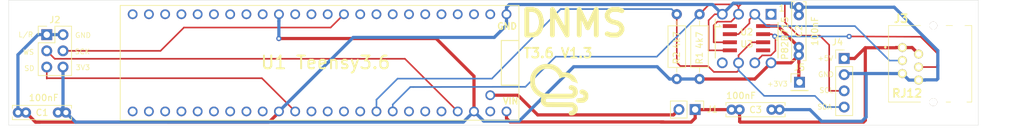
<source format=kicad_pcb>
(kicad_pcb (version 20171130) (host pcbnew "(5.1.5)-3")

  (general
    (thickness 1.6)
    (drawings 21)
    (tracks 196)
    (zones 0)
    (modules 20)
    (nets 52)
  )

  (page A4)
  (title_block
    (title "DNMS - Digital Noise Maesurement Sensor")
    (date 2019-06-09)
    (rev 0.9.0)
  )

  (layers
    (0 F.Cu signal)
    (31 B.Cu signal)
    (32 B.Adhes user)
    (33 F.Adhes user)
    (34 B.Paste user)
    (35 F.Paste user)
    (36 B.SilkS user)
    (37 F.SilkS user)
    (38 B.Mask user)
    (39 F.Mask user)
    (40 Dwgs.User user)
    (41 Cmts.User user)
    (42 Eco1.User user)
    (43 Eco2.User user)
    (44 Edge.Cuts user)
    (45 Margin user)
    (46 B.CrtYd user)
    (47 F.CrtYd user)
    (48 B.Fab user)
    (49 F.Fab user)
  )

  (setup
    (last_trace_width 0.5)
    (user_trace_width 0.5)
    (trace_clearance 0.2)
    (zone_clearance 0.508)
    (zone_45_only no)
    (trace_min 0.2)
    (via_size 0.8)
    (via_drill 0.4)
    (via_min_size 0.4)
    (via_min_drill 0.3)
    (uvia_size 0.3)
    (uvia_drill 0.1)
    (uvias_allowed no)
    (uvia_min_size 0.2)
    (uvia_min_drill 0.1)
    (edge_width 0.05)
    (segment_width 0.2)
    (pcb_text_width 0.3)
    (pcb_text_size 1.5 1.5)
    (mod_edge_width 0.12)
    (mod_text_size 1 1)
    (mod_text_width 0.15)
    (pad_size 1.524 1.524)
    (pad_drill 0.762)
    (pad_to_mask_clearance 0.051)
    (solder_mask_min_width 0.25)
    (aux_axis_origin 60.8584 94.1832)
    (visible_elements 7FFFFFFF)
    (pcbplotparams
      (layerselection 0x010fc_ffffffff)
      (usegerberextensions false)
      (usegerberattributes false)
      (usegerberadvancedattributes false)
      (creategerberjobfile false)
      (excludeedgelayer true)
      (linewidth 0.100000)
      (plotframeref false)
      (viasonmask false)
      (mode 1)
      (useauxorigin false)
      (hpglpennumber 1)
      (hpglpenspeed 20)
      (hpglpendiameter 15.000000)
      (psnegative false)
      (psa4output false)
      (plotreference true)
      (plotvalue true)
      (plotinvisibletext false)
      (padsonsilk false)
      (subtractmaskfromsilk false)
      (outputformat 1)
      (mirror false)
      (drillshape 0)
      (scaleselection 1)
      (outputdirectory "Gerber/"))
  )

  (net 0 "")
  (net 1 GND)
  (net 2 +3V3)
  (net 3 +5V)
  (net 4 SDA_Ex)
  (net 5 SCL_Ex)
  (net 6 SDA)
  (net 7 SCL)
  (net 8 SD)
  (net 9 WS)
  (net 10 SCK)
  (net 11 "Net-(U1-Pad5)")
  (net 12 "Net-(U2-Pad1)")
  (net 13 "Net-(U2-Pad5)")
  (net 14 "Net-(U1-Pad2)")
  (net 15 "Net-(U1-Pad3)")
  (net 16 "Net-(U1-Pad4)")
  (net 17 "Net-(U1-Pad6)")
  (net 18 "Net-(U1-Pad7)")
  (net 19 "Net-(U1-Pad8)")
  (net 20 "Net-(U1-Pad11)")
  (net 21 "Net-(U1-Pad12)")
  (net 22 "Net-(U1-Pad30)")
  (net 23 "Net-(U1-Pad29)")
  (net 24 "Net-(U1-Pad24)")
  (net 25 "Net-(U1-Pad22)")
  (net 26 "Net-(U1-Pad21)")
  (net 27 "Net-(U1-Pad14)")
  (net 28 "Net-(U1-Pad15)")
  (net 29 "Net-(U1-Pad16)")
  (net 30 "Net-(U1-Pad20)")
  (net 31 "Net-(U1-Pad17)")
  (net 32 "Net-(J1-Pad2)")
  (net 33 "Net-(U1-Pad0)")
  (net 34 "Net-(U1-Pad1)")
  (net 35 "Net-(U1-Pad10)")
  (net 36 "Net-(U1-PadAGND)")
  (net 37 "Net-(U1-Pad25)")
  (net 38 "Net-(U1-Pad26)")
  (net 39 "Net-(U1-Pad27)")
  (net 40 "Net-(U1-Pad28)")
  (net 41 "Net-(U1-Pad31)")
  (net 42 "Net-(U1-Pad32)")
  (net 43 "Net-(U1-PadA22)")
  (net 44 "Net-(U1-PadA21)")
  (net 45 "Net-(U1-Pad33)")
  (net 46 "Net-(U1-Pad34)")
  (net 47 "Net-(U1-Pad35)")
  (net 48 "Net-(U1-Pad36)")
  (net 49 "Net-(U1-Pad37)")
  (net 50 "Net-(U1-Pad38)")
  (net 51 "Net-(U1-Pad39)")

  (net_class Default "Dies ist die voreingestellte Netzklasse."
    (clearance 0.2)
    (trace_width 0.25)
    (via_dia 0.8)
    (via_drill 0.4)
    (uvia_dia 0.3)
    (uvia_drill 0.1)
    (add_net +3V3)
    (add_net +5V)
    (add_net GND)
    (add_net "Net-(J1-Pad2)")
    (add_net "Net-(U1-Pad0)")
    (add_net "Net-(U1-Pad1)")
    (add_net "Net-(U1-Pad10)")
    (add_net "Net-(U1-Pad11)")
    (add_net "Net-(U1-Pad12)")
    (add_net "Net-(U1-Pad14)")
    (add_net "Net-(U1-Pad15)")
    (add_net "Net-(U1-Pad16)")
    (add_net "Net-(U1-Pad17)")
    (add_net "Net-(U1-Pad2)")
    (add_net "Net-(U1-Pad20)")
    (add_net "Net-(U1-Pad21)")
    (add_net "Net-(U1-Pad22)")
    (add_net "Net-(U1-Pad24)")
    (add_net "Net-(U1-Pad25)")
    (add_net "Net-(U1-Pad26)")
    (add_net "Net-(U1-Pad27)")
    (add_net "Net-(U1-Pad28)")
    (add_net "Net-(U1-Pad29)")
    (add_net "Net-(U1-Pad3)")
    (add_net "Net-(U1-Pad30)")
    (add_net "Net-(U1-Pad31)")
    (add_net "Net-(U1-Pad32)")
    (add_net "Net-(U1-Pad33)")
    (add_net "Net-(U1-Pad34)")
    (add_net "Net-(U1-Pad35)")
    (add_net "Net-(U1-Pad36)")
    (add_net "Net-(U1-Pad37)")
    (add_net "Net-(U1-Pad38)")
    (add_net "Net-(U1-Pad39)")
    (add_net "Net-(U1-Pad4)")
    (add_net "Net-(U1-Pad5)")
    (add_net "Net-(U1-Pad6)")
    (add_net "Net-(U1-Pad7)")
    (add_net "Net-(U1-Pad8)")
    (add_net "Net-(U1-PadA21)")
    (add_net "Net-(U1-PadA22)")
    (add_net "Net-(U1-PadAGND)")
    (add_net "Net-(U2-Pad1)")
    (add_net "Net-(U2-Pad5)")
    (add_net SCK)
    (add_net SCL)
    (add_net SCL_Ex)
    (add_net SD)
    (add_net SDA)
    (add_net SDA_Ex)
    (add_net WS)
  )

  (module MountingHole:MountingHole_2.7mm_M2.5 (layer F.Cu) (tedit 56D1B4CB) (tstamp 5EC2C0E6)
    (at 209.3214 91.1098)
    (descr "Mounting Hole 2.7mm, no annular, M2.5")
    (tags "mounting hole 2.7mm no annular m2.5")
    (attr virtual)
    (fp_text reference REF1 (at 0 -3.7) (layer F.Fab) hide
      (effects (font (size 1 1) (thickness 0.15)))
    )
    (fp_text value MountingHole_2.7mm_M2.5 (at 0 3.7) (layer F.Fab)
      (effects (font (size 1 1) (thickness 0.15)))
    )
    (fp_circle (center 0 0) (end 2.95 0) (layer F.CrtYd) (width 0.05))
    (fp_circle (center 0 0) (end 2.7 0) (layer Cmts.User) (width 0.15))
    (fp_text user %R (at 0.4826 0) (layer F.Fab)
      (effects (font (size 1 1) (thickness 0.15)))
    )
    (pad 1 np_thru_hole circle (at 0 0) (size 2.7 2.7) (drill 2.7) (layers *.Cu *.Mask))
  )

  (module MountingHole:MountingHole_2.7mm_M2.5 (layer F.Cu) (tedit 56D1B4CB) (tstamp 5EC2C0D8)
    (at 209.3214 77.6224)
    (descr "Mounting Hole 2.7mm, no annular, M2.5")
    (tags "mounting hole 2.7mm no annular m2.5")
    (attr virtual)
    (fp_text reference REF1 (at 0 -3.7) (layer F.Fab) hide
      (effects (font (size 1 1) (thickness 0.15)))
    )
    (fp_text value MountingHole_2.7mm_M2.5 (at 0 3.7) (layer F.Fab)
      (effects (font (size 1 1) (thickness 0.15)))
    )
    (fp_text user %R (at 0.4826 0) (layer F.Fab)
      (effects (font (size 1 1) (thickness 0.15)))
    )
    (fp_circle (center 0 0) (end 2.7 0) (layer Cmts.User) (width 0.15))
    (fp_circle (center 0 0) (end 2.95 0) (layer F.CrtYd) (width 0.05))
    (pad 1 np_thru_hole circle (at 0 0) (size 2.7 2.7) (drill 2.7) (layers *.Cu *.Mask))
  )

  (module Teensy3.6:Teensy3.6 (layer F.Cu) (tedit 5EC299B0) (tstamp 5EC1C3A5)
    (at 109.4358 84.4296 270)
    (path /5EC164D3)
    (fp_text reference "U1 Teensy3.6" (at -0.0508 -0.9272) (layer F.SilkS)
      (effects (font (size 2 2) (thickness 0.3)))
    )
    (fp_text value VAL** (at -5.54292 32.241 270) (layer F.SilkS) hide
      (effects (font (size 1.00143 1.00143) (thickness 0.05)))
    )
    (fp_line (start -9 31.15) (end -9 -31.15) (layer Eco2.User) (width 0.127))
    (fp_line (start -9 -31.15) (end 9 -31.15) (layer Eco2.User) (width 0.127))
    (fp_line (start 9 -31.15) (end 9 31.15) (layer Eco2.User) (width 0.127))
    (fp_line (start 9 31.15) (end -9 31.15) (layer Eco2.User) (width 0.127))
    (fp_line (start -9 -31.15) (end -9 31.15) (layer F.SilkS) (width 0.127))
    (fp_line (start -9 31.15) (end 9 31.15) (layer F.SilkS) (width 0.127))
    (fp_line (start 9 31.15) (end 9 -31.15) (layer F.SilkS) (width 0.127))
    (fp_line (start 9 -31.15) (end -9 -31.15) (layer F.SilkS) (width 0.127))
    (fp_line (start -9.25 -31.4) (end 9.25 -31.4) (layer Eco1.User) (width 0.05))
    (fp_line (start 9.25 -31.4) (end 9.25 31.4) (layer Eco1.User) (width 0.05))
    (fp_line (start 9.25 31.4) (end -9.25 31.4) (layer Eco1.User) (width 0.05))
    (fp_line (start -9.25 31.4) (end -9.25 -31.4) (layer Eco1.User) (width 0.05))
    (fp_line (start -3.5 -31.1) (end -3.5 -28.4) (layer F.SilkS) (width 0.1524))
    (fp_line (start -3.5 -28.4) (end 3.5 -28.4) (layer F.SilkS) (width 0.1524))
    (fp_line (start 3.5 -28.4) (end 3.5 -31.1) (layer F.SilkS) (width 0.1524))
    (pad GND_1 thru_hole circle (at -7.62 -29.21 270) (size 1.53 1.53) (drill 1.02) (layers *.Cu *.Mask)
      (net 1 GND))
    (pad 0 thru_hole circle (at -7.62 -26.67 270) (size 1.53 1.53) (drill 1.02) (layers *.Cu *.Mask)
      (net 33 "Net-(U1-Pad0)"))
    (pad 1 thru_hole circle (at -7.62 -24.13 270) (size 1.53 1.53) (drill 1.02) (layers *.Cu *.Mask)
      (net 34 "Net-(U1-Pad1)"))
    (pad 2 thru_hole circle (at -7.62 -21.59 270) (size 1.53 1.53) (drill 1.02) (layers *.Cu *.Mask)
      (net 14 "Net-(U1-Pad2)"))
    (pad 3 thru_hole circle (at -7.62 -19.05 270) (size 1.53 1.53) (drill 1.02) (layers *.Cu *.Mask)
      (net 15 "Net-(U1-Pad3)"))
    (pad 4 thru_hole circle (at -7.62 -16.51 270) (size 1.53 1.53) (drill 1.02) (layers *.Cu *.Mask)
      (net 16 "Net-(U1-Pad4)"))
    (pad 5 thru_hole circle (at -7.62 -13.97 270) (size 1.53 1.53) (drill 1.02) (layers *.Cu *.Mask)
      (net 11 "Net-(U1-Pad5)"))
    (pad 6 thru_hole circle (at -7.62 -11.43 270) (size 1.53 1.53) (drill 1.02) (layers *.Cu *.Mask)
      (net 17 "Net-(U1-Pad6)"))
    (pad 7 thru_hole circle (at -7.62 -8.89 270) (size 1.53 1.53) (drill 1.02) (layers *.Cu *.Mask)
      (net 18 "Net-(U1-Pad7)"))
    (pad 8 thru_hole circle (at -7.62 -6.35 270) (size 1.53 1.53) (drill 1.02) (layers *.Cu *.Mask)
      (net 19 "Net-(U1-Pad8)"))
    (pad 9 thru_hole circle (at -7.62 -3.81 270) (size 1.53 1.53) (drill 1.02) (layers *.Cu *.Mask)
      (net 10 SCK))
    (pad 10 thru_hole circle (at -7.62 -1.27 270) (size 1.53 1.53) (drill 1.02) (layers *.Cu *.Mask)
      (net 35 "Net-(U1-Pad10)"))
    (pad 11 thru_hole circle (at -7.62 1.27 270) (size 1.53 1.53) (drill 1.02) (layers *.Cu *.Mask)
      (net 20 "Net-(U1-Pad11)"))
    (pad 12 thru_hole circle (at -7.62 3.81 270) (size 1.53 1.53) (drill 1.02) (layers *.Cu *.Mask)
      (net 21 "Net-(U1-Pad12)"))
    (pad 3V3_1 thru_hole circle (at -7.62 6.35 270) (size 1.53 1.53) (drill 1.02) (layers *.Cu *.Mask)
      (net 2 +3V3))
    (pad 24 thru_hole circle (at -7.62 8.89 270) (size 1.53 1.53) (drill 1.02) (layers *.Cu *.Mask)
      (net 24 "Net-(U1-Pad24)"))
    (pad 13 thru_hole circle (at 7.62 3.81 270) (size 1.53 1.53) (drill 1.02) (layers *.Cu *.Mask)
      (net 8 SD))
    (pad 14 thru_hole circle (at 7.62 1.27 270) (size 1.53 1.53) (drill 1.02) (layers *.Cu *.Mask)
      (net 27 "Net-(U1-Pad14)"))
    (pad 15 thru_hole circle (at 7.62 -1.27 270) (size 1.53 1.53) (drill 1.02) (layers *.Cu *.Mask)
      (net 28 "Net-(U1-Pad15)"))
    (pad 16 thru_hole circle (at 7.62 -3.81 270) (size 1.53 1.53) (drill 1.02) (layers *.Cu *.Mask)
      (net 29 "Net-(U1-Pad16)"))
    (pad 17 thru_hole circle (at 7.62 -6.35 270) (size 1.53 1.53) (drill 1.02) (layers *.Cu *.Mask)
      (net 31 "Net-(U1-Pad17)"))
    (pad 18 thru_hole circle (at 7.62 -8.89 270) (size 1.53 1.53) (drill 1.02) (layers *.Cu *.Mask)
      (net 6 SDA))
    (pad 19 thru_hole circle (at 7.62 -11.43 270) (size 1.53 1.53) (drill 1.02) (layers *.Cu *.Mask)
      (net 7 SCL))
    (pad 20 thru_hole circle (at 7.62 -13.97 270) (size 1.53 1.53) (drill 1.02) (layers *.Cu *.Mask)
      (net 30 "Net-(U1-Pad20)"))
    (pad 21 thru_hole circle (at 7.62 -16.51 270) (size 1.53 1.53) (drill 1.02) (layers *.Cu *.Mask)
      (net 26 "Net-(U1-Pad21)"))
    (pad 22 thru_hole circle (at 7.62 -19.05 270) (size 1.53 1.53) (drill 1.02) (layers *.Cu *.Mask)
      (net 25 "Net-(U1-Pad22)"))
    (pad 23 thru_hole circle (at 7.62 -21.59 270) (size 1.53 1.53) (drill 1.02) (layers *.Cu *.Mask)
      (net 9 WS))
    (pad 3V3_2 thru_hole circle (at 7.62 -24.13 270) (size 1.53 1.53) (drill 1.02) (layers *.Cu *.Mask)
      (net 2 +3V3))
    (pad AGND thru_hole circle (at 7.62 -26.67 270) (size 1.53 1.53) (drill 1.02) (layers *.Cu *.Mask)
      (net 36 "Net-(U1-PadAGND)"))
    (pad VIN thru_hole circle (at 7.62 -29.21 270) (size 1.53 1.53) (drill 1.02) (layers *.Cu *.Mask)
      (net 3 +5V))
    (pad 25 thru_hole circle (at -7.62 11.43 270) (size 1.53 1.53) (drill 1.02) (layers *.Cu *.Mask)
      (net 37 "Net-(U1-Pad25)"))
    (pad 26 thru_hole circle (at -7.62 13.97 270) (size 1.53 1.53) (drill 1.02) (layers *.Cu *.Mask)
      (net 38 "Net-(U1-Pad26)"))
    (pad 27 thru_hole circle (at -7.62 16.51 270) (size 1.53 1.53) (drill 1.02) (layers *.Cu *.Mask)
      (net 39 "Net-(U1-Pad27)"))
    (pad 28 thru_hole circle (at -7.62 19.05 270) (size 1.53 1.53) (drill 1.02) (layers *.Cu *.Mask)
      (net 40 "Net-(U1-Pad28)"))
    (pad 29 thru_hole circle (at -7.62 21.59 270) (size 1.53 1.53) (drill 1.02) (layers *.Cu *.Mask)
      (net 23 "Net-(U1-Pad29)"))
    (pad 30 thru_hole circle (at -7.62 24.13 270) (size 1.53 1.53) (drill 1.02) (layers *.Cu *.Mask)
      (net 22 "Net-(U1-Pad30)"))
    (pad 31 thru_hole circle (at -7.62 26.67 270) (size 1.53 1.53) (drill 1.02) (layers *.Cu *.Mask)
      (net 41 "Net-(U1-Pad31)"))
    (pad 32 thru_hole circle (at -7.62 29.21 270) (size 1.53 1.53) (drill 1.02) (layers *.Cu *.Mask)
      (net 42 "Net-(U1-Pad32)"))
    (pad GND_2 thru_hole circle (at 7.62 6.35 270) (size 1.53 1.53) (drill 1.02) (layers *.Cu *.Mask)
      (net 1 GND))
    (pad A22 thru_hole circle (at 7.62 8.89 270) (size 1.53 1.53) (drill 1.02) (layers *.Cu *.Mask)
      (net 43 "Net-(U1-PadA22)"))
    (pad A21 thru_hole circle (at 7.62 11.43 270) (size 1.53 1.53) (drill 1.02) (layers *.Cu *.Mask)
      (net 44 "Net-(U1-PadA21)"))
    (pad 33 thru_hole circle (at 7.62 29.21 270) (size 1.53 1.53) (drill 1.02) (layers *.Cu *.Mask)
      (net 45 "Net-(U1-Pad33)"))
    (pad 34 thru_hole circle (at 7.62 26.67 270) (size 1.53 1.53) (drill 1.02) (layers *.Cu *.Mask)
      (net 46 "Net-(U1-Pad34)"))
    (pad 35 thru_hole circle (at 7.62 24.13 270) (size 1.53 1.53) (drill 1.02) (layers *.Cu *.Mask)
      (net 47 "Net-(U1-Pad35)"))
    (pad 36 thru_hole circle (at 7.62 21.59 270) (size 1.53 1.53) (drill 1.02) (layers *.Cu *.Mask)
      (net 48 "Net-(U1-Pad36)"))
    (pad 37 thru_hole circle (at 7.62 19.05 270) (size 1.53 1.53) (drill 1.02) (layers *.Cu *.Mask)
      (net 49 "Net-(U1-Pad37)"))
    (pad 38 thru_hole circle (at 7.62 16.51 270) (size 1.53 1.53) (drill 1.02) (layers *.Cu *.Mask)
      (net 50 "Net-(U1-Pad38)"))
    (pad 39 thru_hole circle (at 7.62 13.97 270) (size 1.53 1.53) (drill 1.02) (layers *.Cu *.Mask)
      (net 51 "Net-(U1-Pad39)"))
    (pad VUSB thru_hole circle (at 5.08 -26.67 270) (size 1.524 1.524) (drill 1.02) (layers *.Cu *.Mask)
      (net 32 "Net-(J1-Pad2)"))
  )

  (module MountingHole:MountingHole_2.7mm_M2.5 (layer F.Cu) (tedit 56D1B4CB) (tstamp 5EC29D3B)
    (at 160.401 89.154)
    (descr "Mounting Hole 2.7mm, no annular, M2.5")
    (tags "mounting hole 2.7mm no annular m2.5")
    (attr virtual)
    (fp_text reference REF1 (at 0 -3.7) (layer F.Fab) hide
      (effects (font (size 1 1) (thickness 0.15)))
    )
    (fp_text value MountingHole_2.7mm_M2.5 (at 0 3.7) (layer F.Fab)
      (effects (font (size 1 1) (thickness 0.15)))
    )
    (fp_text user %R (at 0.4826 0) (layer F.Fab)
      (effects (font (size 1 1) (thickness 0.15)))
    )
    (fp_circle (center 0 0) (end 2.7 0) (layer Cmts.User) (width 0.15))
    (fp_circle (center 0 0) (end 2.95 0) (layer F.CrtYd) (width 0.05))
    (pad 1 np_thru_hole circle (at 0 0) (size 2.7 2.7) (drill 2.7) (layers *.Cu *.Mask))
  )

  (module MountingHole:MountingHole_2.7mm_M2.5 (layer F.Cu) (tedit 56D1B4CB) (tstamp 5EC29B30)
    (at 160.401 79.2734)
    (descr "Mounting Hole 2.7mm, no annular, M2.5")
    (tags "mounting hole 2.7mm no annular m2.5")
    (attr virtual)
    (fp_text reference REF1 (at 0 -3.7) (layer F.Fab) hide
      (effects (font (size 1 1) (thickness 0.15)))
    )
    (fp_text value MountingHole_2.7mm_M2.5 (at 0 3.7) (layer F.Fab)
      (effects (font (size 1 1) (thickness 0.15)))
    )
    (fp_circle (center 0 0) (end 2.95 0) (layer F.CrtYd) (width 0.05))
    (fp_circle (center 0 0) (end 2.7 0) (layer Cmts.User) (width 0.15))
    (fp_text user %R (at 0.4826 0) (layer F.Fab)
      (effects (font (size 1 1) (thickness 0.15)))
    )
    (pad 1 np_thru_hole circle (at 0 0) (size 2.7 2.7) (drill 2.7) (layers *.Cu *.Mask))
  )

  (module Connector_PinHeader_2.54mm:PinHeader_1x01_P2.54mm_Vertical (layer F.Cu) (tedit 59FED5CC) (tstamp 5EC0643E)
    (at 184.4294 87.4776)
    (descr "Through hole straight pin header, 1x01, 2.54mm pitch, single row")
    (tags "Through hole pin header THT 1x01 2.54mm single row")
    (path /5EC540E4)
    (fp_text reference J5 (at 0 -2.33) (layer F.SilkS)
      (effects (font (size 1 1) (thickness 0.15)))
    )
    (fp_text value Conn_01x01 (at 0 2.33) (layer F.Fab)
      (effects (font (size 1 1) (thickness 0.15)))
    )
    (fp_text user %R (at 0 0 90) (layer F.Fab)
      (effects (font (size 1 1) (thickness 0.15)))
    )
    (fp_line (start 1.8 -1.8) (end -1.8 -1.8) (layer F.CrtYd) (width 0.05))
    (fp_line (start 1.8 1.8) (end 1.8 -1.8) (layer F.CrtYd) (width 0.05))
    (fp_line (start -1.8 1.8) (end 1.8 1.8) (layer F.CrtYd) (width 0.05))
    (fp_line (start -1.8 -1.8) (end -1.8 1.8) (layer F.CrtYd) (width 0.05))
    (fp_line (start -1.33 -1.33) (end 0 -1.33) (layer F.SilkS) (width 0.12))
    (fp_line (start -1.33 0) (end -1.33 -1.33) (layer F.SilkS) (width 0.12))
    (fp_line (start -1.33 1.27) (end 1.33 1.27) (layer F.SilkS) (width 0.12))
    (fp_line (start 1.33 1.27) (end 1.33 1.33) (layer F.SilkS) (width 0.12))
    (fp_line (start -1.33 1.27) (end -1.33 1.33) (layer F.SilkS) (width 0.12))
    (fp_line (start -1.33 1.33) (end 1.33 1.33) (layer F.SilkS) (width 0.12))
    (fp_line (start -1.27 -0.635) (end -0.635 -1.27) (layer F.Fab) (width 0.1))
    (fp_line (start -1.27 1.27) (end -1.27 -0.635) (layer F.Fab) (width 0.1))
    (fp_line (start 1.27 1.27) (end -1.27 1.27) (layer F.Fab) (width 0.1))
    (fp_line (start 1.27 -1.27) (end 1.27 1.27) (layer F.Fab) (width 0.1))
    (fp_line (start -0.635 -1.27) (end 1.27 -1.27) (layer F.Fab) (width 0.1))
    (pad 1 thru_hole rect (at 0 0) (size 1.7 1.7) (drill 1) (layers *.Cu *.Mask)
      (net 2 +3V3))
    (model ${KISYS3DMOD}/Connector_PinHeader_2.54mm.3dshapes/PinHeader_1x01_P2.54mm_Vertical.wrl
      (at (xyz 0 0 0))
      (scale (xyz 1 1 1))
      (rotate (xyz 0 0 0))
    )
  )

  (module P82B715:SOIC8 (layer F.Cu) (tedit 5EC0123E) (tstamp 5EC036D4)
    (at 176.149 80.5688 270)
    (descr "<b>Small Outline IC</b>")
    (path /5EC1071E)
    (fp_text reference U3 (at -3.30382 -1.2707 270) (layer F.SilkS)
      (effects (font (size 1.000551 1.000551) (thickness 0.015)))
    )
    (fp_text value P82B715DR (at 3.304735 -1.271045 270) (layer F.Fab)
      (effects (font (size 1.000827 1.000827) (thickness 0.015)))
    )
    (fp_poly (pts (xy -2.15306 -3.1) (xy -1.66 -3.1) (xy -1.66 -2.00285) (xy -2.15306 -2.00285)) (layer F.Fab) (width 0.01))
    (fp_poly (pts (xy -0.880451 -3.1) (xy -0.39 -3.1) (xy -0.39 -2.00102) (xy -0.880451 -2.00102)) (layer F.Fab) (width 0.01))
    (fp_poly (pts (xy 0.390281 -3.1) (xy 0.88 -3.1) (xy 0.88 -2.00144) (xy 0.390281 -2.00144)) (layer F.Fab) (width 0.01))
    (fp_poly (pts (xy 1.66296 -3.1) (xy 2.15 -3.1) (xy 2.15 -2.00357) (xy 1.66296 -2.00357)) (layer F.Fab) (width 0.01))
    (fp_poly (pts (xy 1.66051 2) (xy 2.15 2) (xy 2.15 3.10095) (xy 1.66051 3.10095)) (layer F.Fab) (width 0.01))
    (fp_poly (pts (xy 0.390069 2) (xy 0.88 2) (xy 0.88 3.10055) (xy 0.390069 3.10055)) (layer F.Fab) (width 0.01))
    (fp_poly (pts (xy -0.881052 2) (xy -0.39 2) (xy -0.39 3.1037) (xy -0.881052 3.1037)) (layer F.Fab) (width 0.01))
    (fp_poly (pts (xy -2.15284 2) (xy -1.66 2) (xy -1.66 3.10409) (xy -2.15284 3.10409)) (layer F.Fab) (width 0.01))
    (fp_text user U3 (at 0.9144 -0.0508 180) (layer F.SilkS)
      (effects (font (size 1 1) (thickness 0.15)))
    )
    (fp_text user Name (at -3.303375 -0.63527 270) (layer Dwgs.User)
      (effects (font (size 1.000417 1.000417) (thickness 0.015)))
    )
    (fp_line (start 2.4 1.4) (end -2.4 1.4) (layer F.Fab) (width 0.2032))
    (fp_line (start -2.4 -1.9) (end 2.4 -1.9) (layer F.Fab) (width 0.2032))
    (fp_line (start -2.4 1.4) (end -2.4 -1.9) (layer F.Fab) (width 0.2032))
    (fp_line (start -2.4 1.9) (end -2.4 1.4) (layer F.Fab) (width 0.2032))
    (fp_line (start 2.4 1.9) (end -2.4 1.9) (layer F.Fab) (width 0.2032))
    (fp_line (start 2.4 1.4) (end 2.4 1.9) (layer F.Fab) (width 0.2032))
    (fp_line (start 2.4 -1.9) (end 2.4 1.4) (layer F.Fab) (width 0.2032))
    (fp_poly (pts (xy -2.15056 -3.1) (xy -1.66 -3.1) (xy -1.66 -2.00053) (xy -2.15056 -2.00053)) (layer F.Fab) (width 0.01))
    (fp_poly (pts (xy -0.881297 -3.1) (xy -0.39 -3.1) (xy -0.39 -2.00295) (xy -0.881297 -2.00295)) (layer F.Fab) (width 0.01))
    (fp_poly (pts (xy 0.390394 -3.1) (xy 0.88 -3.1) (xy 0.88 -2.00202) (xy 0.390394 -2.00202)) (layer F.Fab) (width 0.01))
    (fp_poly (pts (xy 1.6608 -3.1) (xy 2.15 -3.1) (xy 2.15 -2.00096) (xy 1.6608 -2.00096)) (layer F.Fab) (width 0.01))
    (fp_poly (pts (xy 1.66083 2) (xy 2.15 2) (xy 2.15 3.10156) (xy 1.66083 3.10156)) (layer F.Fab) (width 0.01))
    (fp_poly (pts (xy 0.390136 2) (xy 0.88 2) (xy 0.88 3.10108) (xy 0.390136 3.10108)) (layer F.Fab) (width 0.01))
    (fp_poly (pts (xy -0.880443 2) (xy -0.39 2) (xy -0.39 3.10156) (xy -0.880443 3.10156)) (layer F.Fab) (width 0.01))
    (fp_poly (pts (xy -2.15428 2) (xy -1.66 2) (xy -1.66 3.10617) (xy -2.15428 3.10617)) (layer F.Fab) (width 0.01))
    (pad 5 smd rect (at 1.905 -2.6 270) (size 0.6 2.2) (layers F.Cu F.Paste F.Mask))
    (pad 6 smd rect (at 0.635 -2.6 270) (size 0.6 2.2) (layers F.Cu F.Paste F.Mask)
      (net 6 SDA))
    (pad 8 smd rect (at -1.905 -2.6 270) (size 0.6 2.2) (layers F.Cu F.Paste F.Mask)
      (net 2 +3V3))
    (pad 4 smd rect (at 1.905 2.6 270) (size 0.6 2.2) (layers F.Cu F.Paste F.Mask)
      (net 1 GND))
    (pad 3 smd rect (at 0.635 2.6 270) (size 0.6 2.2) (layers F.Cu F.Paste F.Mask)
      (net 7 SCL))
    (pad 1 smd rect (at -1.905 2.6 270) (size 0.6 2.2) (layers F.Cu F.Paste F.Mask))
    (pad 7 smd rect (at -0.635 -2.6 270) (size 0.6 2.2) (layers F.Cu F.Paste F.Mask)
      (net 4 SDA_Ex))
    (pad 2 smd rect (at -0.635 2.6 270) (size 0.6 2.2) (layers F.Cu F.Paste F.Mask)
      (net 5 SCL_Ex))
  )

  (module C_THT_100nF:C_THT_100nF_L9.0mm_W2.0mm_P5.00mm_P7.50mm (layer F.Cu) (tedit 5EC0017E) (tstamp 5D725005)
    (at 173.8122 91.7702)
    (descr "C, Rect series, Radial, pin pitch=7.50mm, , length*width=9*2.0mm^2, Capacitor, https://en.tdk.eu/inf/20/20/db/fc_2009/MKT_B32560_564.pdf")
    (tags "C Rect series Radial pin pitch 5.00mm 7.50mm  length 9mm width 2.0mm Capacitor")
    (path /5D7252B5)
    (fp_text reference C3 (at 3.7592 0.0254) (layer F.SilkS)
      (effects (font (size 1 1) (thickness 0.15)))
    )
    (fp_text value 100nF (at 1.4732 -2.1844) (layer F.SilkS)
      (effects (font (size 1 1) (thickness 0.15)))
    )
    (fp_line (start -0.75 -1) (end -0.75 1) (layer F.Fab) (width 0.1))
    (fp_line (start -0.75 1) (end 8.25 1) (layer F.Fab) (width 0.1))
    (fp_line (start 8.25 1) (end 8.25 -1) (layer F.Fab) (width 0.1))
    (fp_line (start 8.25 -1) (end -0.75 -1) (layer F.Fab) (width 0.1))
    (fp_line (start -0.87 -1.12) (end 8.37 -1.12) (layer F.SilkS) (width 0.12))
    (fp_line (start -0.87 1.12) (end 8.37 1.12) (layer F.SilkS) (width 0.12))
    (fp_line (start -0.87 -1.12) (end -0.87 -0.665) (layer F.SilkS) (width 0.12))
    (fp_line (start -0.87 0.665) (end -0.87 1.12) (layer F.SilkS) (width 0.12))
    (fp_line (start 8.37 -1.12) (end 8.37 -0.665) (layer F.SilkS) (width 0.12))
    (fp_line (start 8.37 0.665) (end 8.37 1.12) (layer F.SilkS) (width 0.12))
    (fp_line (start -1.05 -1.25) (end -1.05 1.25) (layer F.CrtYd) (width 0.05))
    (fp_line (start -1.05 1.25) (end 8.55 1.25) (layer F.CrtYd) (width 0.05))
    (fp_line (start 8.55 1.25) (end 8.55 -1.25) (layer F.CrtYd) (width 0.05))
    (fp_line (start 8.55 -1.25) (end -1.05 -1.25) (layer F.CrtYd) (width 0.05))
    (fp_text user %R (at 3.75 0) (layer F.Fab)
      (effects (font (size 1 1) (thickness 0.15)))
    )
    (pad 2 thru_hole circle (at 6.25 0) (size 1.6 1.6) (drill 0.8) (layers *.Cu *.Mask)
      (net 1 GND))
    (pad 1 thru_hole circle (at 1.25 0) (size 1.6 1.6) (drill 0.8) (layers *.Cu *.Mask)
      (net 3 +5V))
    (pad 1 thru_hole circle (at 0 0) (size 1.6 1.6) (drill 0.8) (layers *.Cu *.Mask)
      (net 3 +5V))
    (pad 2 thru_hole circle (at 7.5 0) (size 1.6 1.6) (drill 0.8) (layers *.Cu *.Mask)
      (net 1 GND))
    (model ${KISYS3DMOD}/Capacitor_THT.3dshapes/C_Rect_L9.0mm_W2.5mm_P7.50mm_MKT.wrl
      (at (xyz 0 0 0))
      (scale (xyz 1 1 1))
      (rotate (xyz 0 0 0))
    )
  )

  (module C_THT_100nF:C_THT_100nF_L9.0mm_W2.0mm_P5.00mm_P7.50mm (layer F.Cu) (tedit 5EC0017E) (tstamp 5CFE465A)
    (at 184.3278 83.2104 90)
    (descr "C, Rect series, Radial, pin pitch=7.50mm, , length*width=9*2.0mm^2, Capacitor, https://en.tdk.eu/inf/20/20/db/fc_2009/MKT_B32560_564.pdf")
    (tags "C Rect series Radial pin pitch 5.00mm 7.50mm  length 9mm width 2.0mm Capacitor")
    (path /5CFC928F)
    (fp_text reference C2 (at 3.7592 0 90) (layer F.SilkS)
      (effects (font (size 1 1) (thickness 0.15)))
    )
    (fp_text value 100nF (at 3.75 2.5 90) (layer F.SilkS)
      (effects (font (size 1 1) (thickness 0.15)))
    )
    (fp_line (start -0.75 -1) (end -0.75 1) (layer F.Fab) (width 0.1))
    (fp_line (start -0.75 1) (end 8.25 1) (layer F.Fab) (width 0.1))
    (fp_line (start 8.25 1) (end 8.25 -1) (layer F.Fab) (width 0.1))
    (fp_line (start 8.25 -1) (end -0.75 -1) (layer F.Fab) (width 0.1))
    (fp_line (start -0.87 -1.12) (end 8.37 -1.12) (layer F.SilkS) (width 0.12))
    (fp_line (start -0.87 1.12) (end 8.37 1.12) (layer F.SilkS) (width 0.12))
    (fp_line (start -0.87 -1.12) (end -0.87 -0.665) (layer F.SilkS) (width 0.12))
    (fp_line (start -0.87 0.665) (end -0.87 1.12) (layer F.SilkS) (width 0.12))
    (fp_line (start 8.37 -1.12) (end 8.37 -0.665) (layer F.SilkS) (width 0.12))
    (fp_line (start 8.37 0.665) (end 8.37 1.12) (layer F.SilkS) (width 0.12))
    (fp_line (start -1.05 -1.25) (end -1.05 1.25) (layer F.CrtYd) (width 0.05))
    (fp_line (start -1.05 1.25) (end 8.55 1.25) (layer F.CrtYd) (width 0.05))
    (fp_line (start 8.55 1.25) (end 8.55 -1.25) (layer F.CrtYd) (width 0.05))
    (fp_line (start 8.55 -1.25) (end -1.05 -1.25) (layer F.CrtYd) (width 0.05))
    (fp_text user %R (at 3.75 0 90) (layer F.Fab)
      (effects (font (size 1 1) (thickness 0.15)))
    )
    (pad 2 thru_hole circle (at 6.25 0 90) (size 1.6 1.6) (drill 0.8) (layers *.Cu *.Mask)
      (net 1 GND))
    (pad 1 thru_hole circle (at 1.25 0 90) (size 1.6 1.6) (drill 0.8) (layers *.Cu *.Mask)
      (net 2 +3V3))
    (pad 1 thru_hole circle (at 0 0 90) (size 1.6 1.6) (drill 0.8) (layers *.Cu *.Mask)
      (net 2 +3V3))
    (pad 2 thru_hole circle (at 7.5 0 90) (size 1.6 1.6) (drill 0.8) (layers *.Cu *.Mask)
      (net 1 GND))
    (model ${KISYS3DMOD}/Capacitor_THT.3dshapes/C_Rect_L9.0mm_W2.5mm_P7.50mm_MKT.wrl
      (at (xyz 0 0 0))
      (scale (xyz 1 1 1))
      (rotate (xyz 0 0 0))
    )
  )

  (module C_THT_100nF:C_THT_100nF_L9.0mm_W2.0mm_P5.00mm_P7.50mm (layer F.Cu) (tedit 5EC0017E) (tstamp 5D72876F)
    (at 69.7992 92.2274 180)
    (descr "C, Rect series, Radial, pin pitch=7.50mm, , length*width=9*2.0mm^2, Capacitor, https://en.tdk.eu/inf/20/20/db/fc_2009/MKT_B32560_564.pdf")
    (tags "C Rect series Radial pin pitch 5.00mm 7.50mm  length 9mm width 2.0mm Capacitor")
    (path /5D744AD1)
    (fp_text reference C1 (at 3.7338 0) (layer F.SilkS)
      (effects (font (size 1 1) (thickness 0.15)))
    )
    (fp_text value 100nF (at 3.4798 2.3114) (layer F.SilkS)
      (effects (font (size 1 1) (thickness 0.15)))
    )
    (fp_line (start -0.75 -1) (end -0.75 1) (layer F.Fab) (width 0.1))
    (fp_line (start -0.75 1) (end 8.25 1) (layer F.Fab) (width 0.1))
    (fp_line (start 8.25 1) (end 8.25 -1) (layer F.Fab) (width 0.1))
    (fp_line (start 8.25 -1) (end -0.75 -1) (layer F.Fab) (width 0.1))
    (fp_line (start -0.87 -1.12) (end 8.37 -1.12) (layer F.SilkS) (width 0.12))
    (fp_line (start -0.87 1.12) (end 8.37 1.12) (layer F.SilkS) (width 0.12))
    (fp_line (start -0.87 -1.12) (end -0.87 -0.665) (layer F.SilkS) (width 0.12))
    (fp_line (start -0.87 0.665) (end -0.87 1.12) (layer F.SilkS) (width 0.12))
    (fp_line (start 8.37 -1.12) (end 8.37 -0.665) (layer F.SilkS) (width 0.12))
    (fp_line (start 8.37 0.665) (end 8.37 1.12) (layer F.SilkS) (width 0.12))
    (fp_line (start -1.05 -1.25) (end -1.05 1.25) (layer F.CrtYd) (width 0.05))
    (fp_line (start -1.05 1.25) (end 8.55 1.25) (layer F.CrtYd) (width 0.05))
    (fp_line (start 8.55 1.25) (end 8.55 -1.25) (layer F.CrtYd) (width 0.05))
    (fp_line (start 8.55 -1.25) (end -1.05 -1.25) (layer F.CrtYd) (width 0.05))
    (fp_text user %R (at 3.75 0) (layer F.Fab)
      (effects (font (size 1 1) (thickness 0.15)))
    )
    (pad 2 thru_hole circle (at 6.25 0 180) (size 1.6 1.6) (drill 0.8) (layers *.Cu *.Mask)
      (net 1 GND))
    (pad 1 thru_hole circle (at 1.25 0 180) (size 1.6 1.6) (drill 0.8) (layers *.Cu *.Mask)
      (net 2 +3V3))
    (pad 1 thru_hole circle (at 0 0 180) (size 1.6 1.6) (drill 0.8) (layers *.Cu *.Mask)
      (net 2 +3V3))
    (pad 2 thru_hole circle (at 7.5 0 180) (size 1.6 1.6) (drill 0.8) (layers *.Cu *.Mask)
      (net 1 GND))
    (model ${KISYS3DMOD}/Capacitor_THT.3dshapes/C_Rect_L9.0mm_W2.5mm_P7.50mm_MKT.wrl
      (at (xyz 0 0 0))
      (scale (xyz 1 1 1))
      (rotate (xyz 0 0 0))
    )
  )

  (module Connector_PinHeader_2.54mm:PinHeader_2x03_P2.54mm_Vertical (layer F.Cu) (tedit 59FED5CC) (tstamp 5E7FB865)
    (at 66.802 80.01)
    (descr "Through hole straight pin header, 2x03, 2.54mm pitch, double rows")
    (tags "Through hole pin header THT 2x03 2.54mm double row")
    (path /5E810B8F)
    (fp_text reference J2 (at 1.27 -2.33) (layer F.SilkS)
      (effects (font (size 1 1) (thickness 0.15)))
    )
    (fp_text value Conn_02x03_Odd_Even (at 1.27 7.41) (layer F.Fab)
      (effects (font (size 1 1) (thickness 0.15)))
    )
    (fp_text user %R (at 1.27 2.54 90) (layer F.Fab)
      (effects (font (size 1 1) (thickness 0.15)))
    )
    (fp_line (start 4.35 -1.8) (end -1.8 -1.8) (layer F.CrtYd) (width 0.05))
    (fp_line (start 4.35 6.85) (end 4.35 -1.8) (layer F.CrtYd) (width 0.05))
    (fp_line (start -1.8 6.85) (end 4.35 6.85) (layer F.CrtYd) (width 0.05))
    (fp_line (start -1.8 -1.8) (end -1.8 6.85) (layer F.CrtYd) (width 0.05))
    (fp_line (start -1.33 -1.33) (end 0 -1.33) (layer F.SilkS) (width 0.12))
    (fp_line (start -1.33 0) (end -1.33 -1.33) (layer F.SilkS) (width 0.12))
    (fp_line (start 1.27 -1.33) (end 3.87 -1.33) (layer F.SilkS) (width 0.12))
    (fp_line (start 1.27 1.27) (end 1.27 -1.33) (layer F.SilkS) (width 0.12))
    (fp_line (start -1.33 1.27) (end 1.27 1.27) (layer F.SilkS) (width 0.12))
    (fp_line (start 3.87 -1.33) (end 3.87 6.41) (layer F.SilkS) (width 0.12))
    (fp_line (start -1.33 1.27) (end -1.33 6.41) (layer F.SilkS) (width 0.12))
    (fp_line (start -1.33 6.41) (end 3.87 6.41) (layer F.SilkS) (width 0.12))
    (fp_line (start -1.27 0) (end 0 -1.27) (layer F.Fab) (width 0.1))
    (fp_line (start -1.27 6.35) (end -1.27 0) (layer F.Fab) (width 0.1))
    (fp_line (start 3.81 6.35) (end -1.27 6.35) (layer F.Fab) (width 0.1))
    (fp_line (start 3.81 -1.27) (end 3.81 6.35) (layer F.Fab) (width 0.1))
    (fp_line (start 0 -1.27) (end 3.81 -1.27) (layer F.Fab) (width 0.1))
    (pad 6 thru_hole oval (at 2.54 5.08) (size 1.7 1.7) (drill 1) (layers *.Cu *.Mask)
      (net 2 +3V3))
    (pad 5 thru_hole oval (at 0 5.08) (size 1.7 1.7) (drill 1) (layers *.Cu *.Mask)
      (net 8 SD))
    (pad 4 thru_hole oval (at 2.54 2.54) (size 1.7 1.7) (drill 1) (layers *.Cu *.Mask)
      (net 10 SCK))
    (pad 3 thru_hole oval (at 0 2.54) (size 1.7 1.7) (drill 1) (layers *.Cu *.Mask)
      (net 9 WS))
    (pad 2 thru_hole oval (at 2.54 0) (size 1.7 1.7) (drill 1) (layers *.Cu *.Mask)
      (net 1 GND))
    (pad 1 thru_hole rect (at 0 0) (size 1.7 1.7) (drill 1) (layers *.Cu *.Mask)
      (net 1 GND))
    (model ${KISYS3DMOD}/Connector_PinHeader_2.54mm.3dshapes/PinHeader_2x03_P2.54mm_Vertical.wrl
      (at (xyz 0 0 0))
      (scale (xyz 1 1 1))
      (rotate (xyz 0 0 0))
    )
  )

  (module Connector_RJ:RJ12_Pulse_E5566Q0LK22L (layer F.Cu) (tedit 5DD16D65) (tstamp 5E7FA2AF)
    (at 204.5462 84.582 90)
    (descr E5566-Q0LK22-L)
    (tags Connector)
    (path /5E7FD347)
    (fp_text reference J3 (at 7.0866 -4.2418) (layer F.SilkS)
      (effects (font (size 1.27 1.27) (thickness 0.254)))
    )
    (fp_text value RJ12 (at -4.6228 -3.302) (layer F.SilkS)
      (effects (font (size 1.27 1.27) (thickness 0.254)))
    )
    (fp_line (start -6 -6.2) (end 6 -6.2) (layer Dwgs.User) (width 0.2))
    (fp_line (start 6 -6.2) (end 6 6.8) (layer Dwgs.User) (width 0.2))
    (fp_line (start 6 6.8) (end -6 6.8) (layer Dwgs.User) (width 0.2))
    (fp_line (start -6 6.8) (end -6 -6.2) (layer Dwgs.User) (width 0.2))
    (fp_line (start -8.2 -7.8) (end 8.2 -7.8) (layer Dwgs.User) (width 0.1))
    (fp_line (start 8.2 -7.8) (end 8.2 7.8) (layer Dwgs.User) (width 0.1))
    (fp_line (start 8.2 7.8) (end -8.2 7.8) (layer Dwgs.User) (width 0.1))
    (fp_line (start -8.2 7.8) (end -8.2 -7.8) (layer Dwgs.User) (width 0.1))
    (fp_line (start -6 -1.2) (end -6 -6.2) (layer F.SilkS) (width 0.1))
    (fp_line (start -6 -6.2) (end 6 -6.2) (layer F.SilkS) (width 0.1))
    (fp_line (start 6 -6.2) (end 6 -1.2) (layer F.SilkS) (width 0.1))
    (fp_line (start -6 2.8) (end -6 6.8) (layer F.SilkS) (width 0.1))
    (fp_line (start -6 6.8) (end 6 6.8) (layer F.SilkS) (width 0.1))
    (fp_line (start 6 6.8) (end 6 2.8) (layer F.SilkS) (width 0.1))
    (fp_line (start 2.5 -6.7) (end 2.5 -6.7) (layer F.SilkS) (width 0.2))
    (fp_line (start 2.7 -6.7) (end 2.7 -6.7) (layer F.SilkS) (width 0.2))
    (fp_arc (start 2.6 -6.7) (end 2.5 -6.7) (angle 180) (layer F.SilkS) (width 0.2))
    (fp_arc (start 2.6 -6.7) (end 2.7 -6.7) (angle 180) (layer F.SilkS) (width 0.2))
    (pad 1 thru_hole circle (at 2.55 -4.04 180) (size 1.4 1.4) (drill 0.9) (layers *.Cu *.Mask F.SilkS)
      (net 3 +5V))
    (pad 2 thru_hole circle (at 1.53 -1.5 180) (size 1.4 1.4) (drill 0.9) (layers *.Cu *.Mask F.SilkS)
      (net 3 +5V))
    (pad 3 thru_hole circle (at 0.51 -4.04 180) (size 1.4 1.4) (drill 0.9) (layers *.Cu *.Mask F.SilkS)
      (net 5 SCL_Ex))
    (pad 4 thru_hole circle (at -0.51 -1.5 180) (size 1.4 1.4) (drill 0.9) (layers *.Cu *.Mask F.SilkS)
      (net 4 SDA_Ex))
    (pad 5 thru_hole circle (at -1.53 -4.04 180) (size 1.4 1.4) (drill 0.9) (layers *.Cu *.Mask F.SilkS)
      (net 1 GND))
    (pad 6 thru_hole circle (at -2.55 -1.5 180) (size 1.4 1.4) (drill 0.9) (layers *.Cu *.Mask F.SilkS)
      (net 1 GND))
    (pad 7 thru_hole circle (at -6 0.8 180) (size 1.2 1.2) (drill 2.4) (layers *.Cu *.Mask F.SilkS))
    (pad 8 thru_hole circle (at 6 0.8 180) (size 1.2 1.2) (drill 2.4) (layers *.Cu *.Mask F.SilkS))
    (model "${KISYS3DMOD}/Connector_RJ.3dshapes/RJ12_Pulse_615006138421 (rev1).wrl"
      (offset (xyz 0 -0.25 7))
      (scale (xyz 0.39 0.39 0.39))
      (rotate (xyz 0 0 0))
    )
  )

  (module MountingHole:MountingHole_2.7mm_M2.5 (layer F.Cu) (tedit 56D1B4CB) (tstamp 5D7256F5)
    (at 74.676 90.424)
    (descr "Mounting Hole 2.7mm, no annular, M2.5")
    (tags "mounting hole 2.7mm no annular m2.5")
    (attr virtual)
    (fp_text reference REF1 (at 0 -3.7) (layer F.Fab) hide
      (effects (font (size 1 1) (thickness 0.15)))
    )
    (fp_text value MountingHole_2.7mm_M2.5 (at 0 3.7) (layer F.Fab)
      (effects (font (size 1 1) (thickness 0.15)))
    )
    (fp_circle (center 0 0) (end 2.95 0) (layer F.CrtYd) (width 0.05))
    (fp_circle (center 0 0) (end 2.7 0) (layer Cmts.User) (width 0.15))
    (fp_text user %R (at 0.4826 0) (layer F.Fab)
      (effects (font (size 1 1) (thickness 0.15)))
    )
    (pad 1 np_thru_hole circle (at 0 0) (size 2.7 2.7) (drill 2.7) (layers *.Cu *.Mask))
  )

  (module MountingHole:MountingHole_2.7mm_M2.5 (layer F.Cu) (tedit 56D1B4CB) (tstamp 5D725680)
    (at 74.643 77.724)
    (descr "Mounting Hole 2.7mm, no annular, M2.5")
    (tags "mounting hole 2.7mm no annular m2.5")
    (attr virtual)
    (fp_text reference REF1 (at 0 -3.7) (layer F.Fab) hide
      (effects (font (size 1 1) (thickness 0.15)))
    )
    (fp_text value MountingHole_2.7mm_M2.5 (at 0 3.7) (layer F.Fab)
      (effects (font (size 1 1) (thickness 0.15)))
    )
    (fp_text user %R (at 0.4826 0) (layer F.Fab)
      (effects (font (size 1 1) (thickness 0.15)))
    )
    (fp_circle (center 0 0) (end 2.7 0) (layer Cmts.User) (width 0.15))
    (fp_circle (center 0 0) (end 2.95 0) (layer F.CrtYd) (width 0.05))
    (pad 1 np_thru_hole circle (at 0 0) (size 2.7 2.7) (drill 2.7) (layers *.Cu *.Mask))
  )

  (module "logos eigene:logo luftdaten.info" (layer F.Cu) (tedit 0) (tstamp 5D0421AC)
    (at 146.8898 88.6698)
    (fp_text reference G*** (at 0 0) (layer F.SilkS) hide
      (effects (font (size 1.524 1.524) (thickness 0.3)))
    )
    (fp_text value LOGO (at 0.75 0) (layer F.SilkS) hide
      (effects (font (size 1.524 1.524) (thickness 0.3)))
    )
    (fp_poly (pts (xy 3.755629 -0.03606) (xy 3.871683 0.002212) (xy 4.097614 0.110327) (xy 4.27774 0.249729)
      (xy 4.426716 0.4323) (xy 4.453253 0.473728) (xy 4.487682 0.540871) (xy 4.51058 0.619788)
      (xy 4.525016 0.726784) (xy 4.53406 0.878168) (xy 4.535286 0.909596) (xy 4.537266 1.113001)
      (xy 4.523232 1.270547) (xy 4.488965 1.398772) (xy 4.430247 1.514211) (xy 4.354285 1.61925)
      (xy 4.273477 1.716965) (xy 4.206338 1.784904) (xy 4.131735 1.840592) (xy 4.028534 1.901555)
      (xy 3.984625 1.925804) (xy 3.916944 1.960762) (xy 3.854035 1.985235) (xy 3.782166 2.001411)
      (xy 3.687606 2.011476) (xy 3.556626 2.017619) (xy 3.381375 2.021907) (xy 3.214459 2.023229)
      (xy 3.065978 2.020556) (xy 2.949677 2.014413) (xy 2.879303 2.005325) (xy 2.869822 2.002375)
      (xy 2.766293 1.926587) (xy 2.696847 1.812856) (xy 2.665267 1.679046) (xy 2.675339 1.54302)
      (xy 2.730848 1.422644) (xy 2.743613 1.406707) (xy 2.779182 1.368688) (xy 2.817056 1.342664)
      (xy 2.870169 1.325585) (xy 2.951458 1.314403) (xy 3.073859 1.306066) (xy 3.196051 1.300052)
      (xy 3.411253 1.285932) (xy 3.570859 1.263741) (xy 3.682656 1.229282) (xy 3.754431 1.178355)
      (xy 3.793968 1.106763) (xy 3.809054 1.010307) (xy 3.81 0.969019) (xy 3.783001 0.849033)
      (xy 3.711114 0.755944) (xy 3.608001 0.704322) (xy 3.556326 0.6985) (xy 3.456787 0.680598)
      (xy 3.37232 0.64295) (xy 3.261692 0.556816) (xy 3.20078 0.464004) (xy 3.177515 0.343179)
      (xy 3.176056 0.295999) (xy 3.179689 0.19416) (xy 3.200443 0.128176) (xy 3.250616 0.070586)
      (xy 3.293359 0.034061) (xy 3.424075 -0.040845) (xy 3.575947 -0.064097) (xy 3.755629 -0.03606)) (layer F.SilkS) (width 0.01))
    (fp_poly (pts (xy -1.565841 -4.056015) (xy -1.317239 -4.033177) (xy -1.102881 -3.99716) (xy -0.934086 -3.949639)
      (xy -0.867104 -3.920432) (xy -0.797179 -3.887719) (xy -0.752941 -3.873703) (xy -0.752584 -3.873696)
      (xy -0.715556 -3.858675) (xy -0.637565 -3.818604) (xy -0.532343 -3.760689) (xy -0.475401 -3.72821)
      (xy -0.253398 -3.580766) (xy -0.030355 -3.398154) (xy 0.175131 -3.197431) (xy 0.34446 -2.995651)
      (xy 0.383087 -2.940949) (xy 0.519954 -2.737653) (xy 0.823539 -2.739073) (xy 1.014446 -2.733309)
      (xy 1.20223 -2.715883) (xy 1.370061 -2.689217) (xy 1.501108 -2.655731) (xy 1.553857 -2.634019)
      (xy 1.610256 -2.606371) (xy 1.69982 -2.56433) (xy 1.757984 -2.537605) (xy 1.837339 -2.494252)
      (xy 1.940192 -2.42819) (xy 2.054325 -2.348565) (xy 2.167518 -2.264525) (xy 2.267553 -2.185219)
      (xy 2.342211 -2.119793) (xy 2.379273 -2.077397) (xy 2.38125 -2.070981) (xy 2.40089 -2.033861)
      (xy 2.448955 -1.974336) (xy 2.45675 -1.965803) (xy 2.521468 -1.880933) (xy 2.597253 -1.759371)
      (xy 2.674097 -1.62) (xy 2.741994 -1.481701) (xy 2.790935 -1.363357) (xy 2.808698 -1.30175)
      (xy 2.833377 -1.203367) (xy 2.86406 -1.120519) (xy 2.864688 -1.119236) (xy 2.886783 -1.054635)
      (xy 2.867193 -1.030406) (xy 2.802934 -1.046014) (xy 2.708902 -1.091298) (xy 2.53708 -1.178586)
      (xy 2.398713 -1.237767) (xy 2.274544 -1.27614) (xy 2.162556 -1.29836) (xy 2.041375 -1.327808)
      (xy 1.966039 -1.374101) (xy 1.94397 -1.400486) (xy 1.810212 -1.570327) (xy 1.660971 -1.709484)
      (xy 1.480606 -1.83019) (xy 1.253473 -1.944683) (xy 1.241223 -1.950189) (xy 1.17739 -1.964837)
      (xy 1.068048 -1.976347) (xy 0.931167 -1.983173) (xy 0.844348 -1.984375) (xy 0.670975 -1.980877)
      (xy 0.537741 -1.96662) (xy 0.421488 -1.935964) (xy 0.29906 -1.883267) (xy 0.185601 -1.823898)
      (xy 0.114318 -1.787958) (xy 0.079266 -1.790568) (xy 0.061894 -1.8412) (xy 0.053405 -1.891403)
      (xy 0.01843 -2.014279) (xy -0.047127 -2.167826) (xy -0.133581 -2.333613) (xy -0.231245 -2.493214)
      (xy -0.330431 -2.6282) (xy -0.339618 -2.639117) (xy -0.510617 -2.816014) (xy -0.702193 -2.975248)
      (xy -0.894285 -3.100954) (xy -0.976772 -3.142915) (xy -1.07413 -3.187951) (xy -1.153631 -3.226032)
      (xy -1.180027 -3.239382) (xy -1.280464 -3.274188) (xy -1.42871 -3.301735) (xy -1.609323 -3.320406)
      (xy -1.806865 -3.328584) (xy -1.997896 -3.325072) (xy -2.305222 -3.290357) (xy -2.576341 -3.216353)
      (xy -2.828832 -3.097527) (xy -2.940375 -3.028412) (xy -3.061828 -2.935862) (xy -3.194129 -2.815978)
      (xy -3.322256 -2.684331) (xy -3.431189 -2.556494) (xy -3.505907 -2.448037) (xy -3.513079 -2.434708)
      (xy -3.552731 -2.363105) (xy -3.582016 -2.320158) (xy -3.584541 -2.31775) (xy -3.610798 -2.275609)
      (xy -3.64871 -2.190338) (xy -3.691605 -2.079605) (xy -3.732813 -1.961079) (xy -3.765663 -1.852429)
      (xy -3.776329 -1.80975) (xy -3.795904 -1.679014) (xy -3.805599 -1.516921) (xy -3.806202 -1.338013)
      (xy -3.798498 -1.156836) (xy -3.783273 -0.987934) (xy -3.761314 -0.845849) (xy -3.733405 -0.745126)
      (xy -3.717138 -0.714375) (xy -3.690876 -0.665198) (xy -3.656907 -0.585669) (xy -3.651436 -0.5715)
      (xy -3.540224 -0.350186) (xy -3.380036 -0.129409) (xy -3.183927 0.076703) (xy -2.964951 0.254024)
      (xy -2.788576 0.36226) (xy -2.700445 0.408342) (xy -2.620261 0.44814) (xy -2.542816 0.482114)
      (xy -2.462902 0.510726) (xy -2.375312 0.534436) (xy -2.27484 0.553704) (xy -2.156276 0.568992)
      (xy -2.014414 0.580759) (xy -1.844047 0.589466) (xy -1.639966 0.595575) (xy -1.396965 0.599545)
      (xy -1.109836 0.601837) (xy -0.773371 0.602912) (xy -0.382364 0.60323) (xy -0.064116 0.60325)
      (xy 1.959227 0.60325) (xy 2.043238 0.525391) (xy 2.101492 0.453931) (xy 2.124914 0.366812)
      (xy 2.12725 0.308675) (xy 2.104708 0.17746) (xy 2.034799 0.08526) (xy 1.914092 0.028537)
      (xy 1.841143 0.013471) (xy 1.683199 -0.04006) (xy 1.595437 -0.10547) (xy 1.531721 -0.174535)
      (xy 1.501541 -0.241854) (xy 1.493322 -0.336666) (xy 1.493306 -0.363416) (xy 1.510159 -0.504076)
      (xy 1.565616 -0.6062) (xy 1.67029 -0.686096) (xy 1.719859 -0.711514) (xy 1.781224 -0.737778)
      (xy 1.835582 -0.748651) (xy 1.902144 -0.743714) (xy 2.00012 -0.722548) (xy 2.074565 -0.703785)
      (xy 2.333759 -0.610198) (xy 2.545053 -0.475379) (xy 2.707162 -0.300966) (xy 2.818799 -0.088597)
      (xy 2.878679 0.160088) (xy 2.88925 0.334133) (xy 2.885967 0.457824) (xy 2.877226 0.555527)
      (xy 2.864688 0.611179) (xy 2.859942 0.617615) (xy 2.83227 0.659272) (xy 2.811117 0.724594)
      (xy 2.771092 0.81351) (xy 2.692742 0.922665) (xy 2.590162 1.03646) (xy 2.477445 1.139293)
      (xy 2.368687 1.215565) (xy 2.366352 1.216878) (xy 2.311647 1.246207) (xy 2.256877 1.271398)
      (xy 2.196981 1.292768) (xy 2.126896 1.310628) (xy 2.041559 1.325293) (xy 1.935909 1.337076)
      (xy 1.804881 1.346291) (xy 1.643414 1.353251) (xy 1.446444 1.358271) (xy 1.208911 1.361663)
      (xy 0.92575 1.363742) (xy 0.591899 1.36482) (xy 0.202297 1.365213) (xy -0.028677 1.36525)
      (xy -1.959228 1.36525) (xy -2.043239 1.443108) (xy -2.109953 1.544723) (xy -2.128818 1.668151)
      (xy -2.098854 1.792361) (xy -2.062309 1.851995) (xy -1.997368 1.934555) (xy 0.057003 1.94359)
      (xy 2.111375 1.952625) (xy 2.309076 2.059087) (xy 2.526516 2.207762) (xy 2.695536 2.388592)
      (xy 2.81486 2.593483) (xy 2.883212 2.81434) (xy 2.899316 3.043068) (xy 2.861895 3.271571)
      (xy 2.769673 3.491756) (xy 2.621373 3.695527) (xy 2.574675 3.74365) (xy 2.416079 3.871883)
      (xy 2.245211 3.9531) (xy 2.045842 3.993382) (xy 1.889409 4.0005) (xy 1.767311 3.998186)
      (xy 1.688915 3.987488) (xy 1.634481 3.962769) (xy 1.58427 3.918391) (xy 1.577565 3.91145)
      (xy 1.522319 3.839521) (xy 1.497264 3.75818) (xy 1.49225 3.66339) (xy 1.511236 3.528784)
      (xy 1.572601 3.426203) (xy 1.682949 3.348851) (xy 1.848886 3.289931) (xy 1.857375 3.287706)
      (xy 1.965206 3.253029) (xy 2.050309 3.213518) (xy 2.087562 3.184724) (xy 2.115913 3.109006)
      (xy 2.12617 3.002284) (xy 2.11761 2.894634) (xy 2.09617 2.827002) (xy 2.079926 2.801369)
      (xy 2.057568 2.779392) (xy 2.024417 2.76079) (xy 1.975794 2.745282) (xy 1.90702 2.73259)
      (xy 1.813416 2.722432) (xy 1.690303 2.714528) (xy 1.533001 2.708598) (xy 1.336833 2.704363)
      (xy 1.097118 2.701541) (xy 0.809179 2.699853) (xy 0.468335 2.699019) (xy 0.069908 2.698758)
      (xy -0.045693 2.69875) (xy -0.469082 2.698649) (xy -0.83396 2.698054) (xy -1.145318 2.696521)
      (xy -1.408144 2.693608) (xy -1.627428 2.688871) (xy -1.80816 2.681868) (xy -1.95533 2.672157)
      (xy -2.073925 2.659294) (xy -2.168937 2.642837) (xy -2.245355 2.622343) (xy -2.308168 2.59737)
      (xy -2.362366 2.567475) (xy -2.412938 2.532215) (xy -2.464874 2.491148) (xy -2.474579 2.483246)
      (xy -2.614241 2.361804) (xy -2.709305 2.258787) (xy -2.770444 2.161354) (xy -2.796862 2.0955)
      (xy -2.828424 2.013607) (xy -2.857924 1.958363) (xy -2.861336 1.954212) (xy -2.879525 1.901053)
      (xy -2.888546 1.803403) (xy -2.889017 1.679513) (xy -2.881557 1.547632) (xy -2.866785 1.426013)
      (xy -2.84532 1.332905) (xy -2.839766 1.31807) (xy -2.811001 1.242515) (xy -2.799149 1.19737)
      (xy -2.800078 1.192684) (xy -2.832012 1.176786) (xy -2.903897 1.143195) (xy -2.968625 1.113552)
      (xy -3.223259 0.977037) (xy -3.477749 0.802989) (xy -3.716669 0.604248) (xy -3.924595 0.393653)
      (xy -4.086103 0.184045) (xy -4.087065 0.182563) (xy -4.140394 0.102043) (xy -4.179727 0.045836)
      (xy -4.191025 0.03175) (xy -4.212073 -0.003151) (xy -4.251075 -0.078989) (xy -4.297335 -0.174625)
      (xy -4.348713 -0.282521) (xy -4.39312 -0.373902) (xy -4.418163 -0.423598) (xy -4.45749 -0.53336)
      (xy -4.489841 -0.693235) (xy -4.514613 -0.890157) (xy -4.531199 -1.111059) (xy -4.538996 -1.342876)
      (xy -4.537398 -1.57254) (xy -4.5258 -1.786987) (xy -4.503598 -1.973148) (xy -4.492623 -2.03201)
      (xy -4.388724 -2.376927) (xy -4.227775 -2.709983) (xy -4.016081 -3.023636) (xy -3.759947 -3.31034)
      (xy -3.465675 -3.562553) (xy -3.139572 -3.77273) (xy -2.964491 -3.86064) (xy -2.746098 -3.947217)
      (xy -2.521146 -4.007765) (xy -2.27381 -4.045139) (xy -1.988269 -4.062193) (xy -1.837369 -4.064001)
      (xy -1.565841 -4.056015)) (layer F.SilkS) (width 0.01))
  )

  (module Connector_PinHeader_2.54mm:PinHeader_1x04_P2.54mm_Vertical (layer F.Cu) (tedit 59FED5CC) (tstamp 5CFE46A0)
    (at 191.4144 83.7438)
    (descr "Through hole straight pin header, 1x04, 2.54mm pitch, single row")
    (tags "Through hole pin header THT 1x04 2.54mm single row")
    (path /5CFB9C02)
    (fp_text reference J4 (at -1.0414 -2.5654) (layer F.SilkS)
      (effects (font (size 1 1) (thickness 0.15)))
    )
    (fp_text value Conn_01x04 (at 0 9.95) (layer F.Fab)
      (effects (font (size 1 1) (thickness 0.15)))
    )
    (fp_text user %R (at 0 3.81 90) (layer F.Fab)
      (effects (font (size 1 1) (thickness 0.15)))
    )
    (fp_line (start 1.8 -1.8) (end -1.8 -1.8) (layer F.CrtYd) (width 0.05))
    (fp_line (start 1.8 9.4) (end 1.8 -1.8) (layer F.CrtYd) (width 0.05))
    (fp_line (start -1.8 9.4) (end 1.8 9.4) (layer F.CrtYd) (width 0.05))
    (fp_line (start -1.8 -1.8) (end -1.8 9.4) (layer F.CrtYd) (width 0.05))
    (fp_line (start -1.33 -1.33) (end 0 -1.33) (layer F.SilkS) (width 0.12))
    (fp_line (start -1.33 0) (end -1.33 -1.33) (layer F.SilkS) (width 0.12))
    (fp_line (start -1.33 1.27) (end 1.33 1.27) (layer F.SilkS) (width 0.12))
    (fp_line (start 1.33 1.27) (end 1.33 8.95) (layer F.SilkS) (width 0.12))
    (fp_line (start -1.33 1.27) (end -1.33 8.95) (layer F.SilkS) (width 0.12))
    (fp_line (start -1.33 8.95) (end 1.33 8.95) (layer F.SilkS) (width 0.12))
    (fp_line (start -1.27 -0.635) (end -0.635 -1.27) (layer F.Fab) (width 0.1))
    (fp_line (start -1.27 8.89) (end -1.27 -0.635) (layer F.Fab) (width 0.1))
    (fp_line (start 1.27 8.89) (end -1.27 8.89) (layer F.Fab) (width 0.1))
    (fp_line (start 1.27 -1.27) (end 1.27 8.89) (layer F.Fab) (width 0.1))
    (fp_line (start -0.635 -1.27) (end 1.27 -1.27) (layer F.Fab) (width 0.1))
    (pad 4 thru_hole oval (at 0 7.62) (size 1.7 1.7) (drill 1) (layers *.Cu *.Mask)
      (net 6 SDA))
    (pad 3 thru_hole oval (at 0 5.08) (size 1.7 1.7) (drill 1) (layers *.Cu *.Mask)
      (net 7 SCL))
    (pad 2 thru_hole oval (at 0 2.54) (size 1.7 1.7) (drill 1) (layers *.Cu *.Mask)
      (net 1 GND))
    (pad 1 thru_hole rect (at 0 0) (size 1.7 1.7) (drill 1) (layers *.Cu *.Mask)
      (net 3 +5V))
    (model ${KISYS3DMOD}/Connector_PinHeader_2.54mm.3dshapes/PinHeader_1x04_P2.54mm_Vertical.wrl
      (at (xyz 0 0 0))
      (scale (xyz 1 1 1))
      (rotate (xyz 0 0 0))
    )
  )

  (module Connector_PinHeader_2.54mm:PinHeader_1x02_P2.54mm_Vertical (layer F.Cu) (tedit 59FED5CC) (tstamp 5CFE4670)
    (at 168.1284 91.7448 270)
    (descr "Through hole straight pin header, 1x02, 2.54mm pitch, single row")
    (tags "Through hole pin header THT 1x02 2.54mm single row")
    (path /5CFAEAE7)
    (fp_text reference J1 (at -0.0254 -2.6924) (layer F.SilkS)
      (effects (font (size 1 1) (thickness 0.15)))
    )
    (fp_text value Conn_01x02 (at 0 4.826 90) (layer F.Fab)
      (effects (font (size 1 1) (thickness 0.15)))
    )
    (fp_text user %R (at 0 1.27) (layer F.Fab)
      (effects (font (size 1 1) (thickness 0.15)))
    )
    (fp_line (start 1.8 -1.8) (end -1.8 -1.8) (layer F.CrtYd) (width 0.05))
    (fp_line (start 1.8 4.35) (end 1.8 -1.8) (layer F.CrtYd) (width 0.05))
    (fp_line (start -1.8 4.35) (end 1.8 4.35) (layer F.CrtYd) (width 0.05))
    (fp_line (start -1.8 -1.8) (end -1.8 4.35) (layer F.CrtYd) (width 0.05))
    (fp_line (start -1.33 -1.33) (end 0 -1.33) (layer F.SilkS) (width 0.12))
    (fp_line (start -1.33 0) (end -1.33 -1.33) (layer F.SilkS) (width 0.12))
    (fp_line (start -1.33 1.27) (end 1.33 1.27) (layer F.SilkS) (width 0.12))
    (fp_line (start 1.33 1.27) (end 1.33 3.87) (layer F.SilkS) (width 0.12))
    (fp_line (start -1.33 1.27) (end -1.33 3.87) (layer F.SilkS) (width 0.12))
    (fp_line (start -1.33 3.87) (end 1.33 3.87) (layer F.SilkS) (width 0.12))
    (fp_line (start -1.27 -0.635) (end -0.635 -1.27) (layer F.Fab) (width 0.1))
    (fp_line (start -1.27 3.81) (end -1.27 -0.635) (layer F.Fab) (width 0.1))
    (fp_line (start 1.27 3.81) (end -1.27 3.81) (layer F.Fab) (width 0.1))
    (fp_line (start 1.27 -1.27) (end 1.27 3.81) (layer F.Fab) (width 0.1))
    (fp_line (start -0.635 -1.27) (end 1.27 -1.27) (layer F.Fab) (width 0.1))
    (pad 2 thru_hole oval (at 0 2.54 270) (size 1.7 1.7) (drill 1) (layers *.Cu *.Mask)
      (net 32 "Net-(J1-Pad2)"))
    (pad 1 thru_hole rect (at 0 0 270) (size 1.7 1.7) (drill 1) (layers *.Cu *.Mask)
      (net 3 +5V))
    (model ${KISYS3DMOD}/Connector_PinHeader_2.54mm.3dshapes/PinHeader_1x02_P2.54mm_Vertical.wrl
      (at (xyz 0 0 0))
      (scale (xyz 1 1 1))
      (rotate (xyz 0 0 0))
    )
  )

  (module P82B715PN_112:DIP254P762X420-8 (layer F.Cu) (tedit 0) (tstamp 5CFE4734)
    (at 172.366 84.428 270)
    (path /5CFB6659)
    (fp_text reference U2 (at -4.8244 -3.8084) (layer F.SilkS)
      (effects (font (size 1 1) (thickness 0.15)))
    )
    (fp_text value P82B715 (at -3.8592 -9.7774 90) (layer F.SilkS)
      (effects (font (size 1 1) (thickness 0.15)))
    )
    (fp_line (start -6.8834 1.0922) (end -0.7366 1.0922) (layer F.SilkS) (width 0.1524))
    (fp_line (start -0.7366 -8.7122) (end -3.5052 -8.7122) (layer F.SilkS) (width 0.1524))
    (fp_line (start -3.5052 -8.7122) (end -4.1148 -8.7122) (layer F.SilkS) (width 0.1524))
    (fp_line (start -4.1148 -8.7122) (end -6.3246 -8.7122) (layer F.SilkS) (width 0.1524))
    (fp_arc (start -3.81 -8.7122) (end -4.1148 -8.7122) (angle -180) (layer F.SilkS) (width 0.1524))
    (fp_line (start -7.0612 -7.0612) (end -7.0612 -8.1788) (layer Eco2.User) (width 0.1))
    (fp_line (start -7.0612 -8.1788) (end -8.1788 -8.1788) (layer Eco2.User) (width 0.1))
    (fp_line (start -8.1788 -8.1788) (end -8.1788 -7.0612) (layer Eco2.User) (width 0.1))
    (fp_line (start -8.1788 -7.0612) (end -7.0612 -7.0612) (layer Eco2.User) (width 0.1))
    (fp_line (start -7.0612 -4.5212) (end -7.0612 -5.6388) (layer Eco2.User) (width 0.1))
    (fp_line (start -7.0612 -5.6388) (end -8.1788 -5.6388) (layer Eco2.User) (width 0.1))
    (fp_line (start -8.1788 -5.6388) (end -8.1788 -4.5212) (layer Eco2.User) (width 0.1))
    (fp_line (start -8.1788 -4.5212) (end -7.0612 -4.5212) (layer Eco2.User) (width 0.1))
    (fp_line (start -7.0612 -1.9812) (end -7.0612 -3.0988) (layer Eco2.User) (width 0.1))
    (fp_line (start -7.0612 -3.0988) (end -8.1788 -3.0988) (layer Eco2.User) (width 0.1))
    (fp_line (start -8.1788 -3.0988) (end -8.1788 -1.9812) (layer Eco2.User) (width 0.1))
    (fp_line (start -8.1788 -1.9812) (end -7.0612 -1.9812) (layer Eco2.User) (width 0.1))
    (fp_line (start -7.0612 0.5588) (end -7.0612 -0.5588) (layer Eco2.User) (width 0.1))
    (fp_line (start -7.0612 -0.5588) (end -8.1788 -0.5588) (layer Eco2.User) (width 0.1))
    (fp_line (start -8.1788 -0.5588) (end -8.1788 0.5588) (layer Eco2.User) (width 0.1))
    (fp_line (start -8.1788 0.5588) (end -7.0612 0.5588) (layer Eco2.User) (width 0.1))
    (fp_line (start -0.5588 -0.5588) (end -0.5588 0.5588) (layer Eco2.User) (width 0.1))
    (fp_line (start -0.5588 0.5588) (end 0.5588 0.5588) (layer Eco2.User) (width 0.1))
    (fp_line (start 0.5588 0.5588) (end 0.5588 -0.5588) (layer Eco2.User) (width 0.1))
    (fp_line (start 0.5588 -0.5588) (end -0.5588 -0.5588) (layer Eco2.User) (width 0.1))
    (fp_line (start -0.5588 -3.0988) (end -0.5588 -1.9812) (layer Eco2.User) (width 0.1))
    (fp_line (start -0.5588 -1.9812) (end 0.5588 -1.9812) (layer Eco2.User) (width 0.1))
    (fp_line (start 0.5588 -1.9812) (end 0.5588 -3.0988) (layer Eco2.User) (width 0.1))
    (fp_line (start 0.5588 -3.0988) (end -0.5588 -3.0988) (layer Eco2.User) (width 0.1))
    (fp_line (start -0.5588 -5.6388) (end -0.5588 -4.5212) (layer Eco2.User) (width 0.1))
    (fp_line (start -0.5588 -4.5212) (end 0.5588 -4.5212) (layer Eco2.User) (width 0.1))
    (fp_line (start 0.5588 -4.5212) (end 0.5588 -5.6388) (layer Eco2.User) (width 0.1))
    (fp_line (start 0.5588 -5.6388) (end -0.5588 -5.6388) (layer Eco2.User) (width 0.1))
    (fp_line (start -0.5588 -8.1788) (end -0.5588 -7.0612) (layer Eco2.User) (width 0.1))
    (fp_line (start -0.5588 -7.0612) (end 0.5588 -7.0612) (layer Eco2.User) (width 0.1))
    (fp_line (start 0.5588 -7.0612) (end 0.5588 -8.1788) (layer Eco2.User) (width 0.1))
    (fp_line (start 0.5588 -8.1788) (end -0.5588 -8.1788) (layer Eco2.User) (width 0.1))
    (fp_line (start -7.0612 1.0922) (end -0.5588 1.0922) (layer Eco2.User) (width 0.1))
    (fp_line (start -0.5588 1.0922) (end -0.5588 -8.7122) (layer Eco2.User) (width 0.1))
    (fp_line (start -0.5588 -8.7122) (end -3.5052 -8.7122) (layer Eco2.User) (width 0.1))
    (fp_line (start -3.5052 -8.7122) (end -4.1148 -8.7122) (layer Eco2.User) (width 0.1))
    (fp_line (start -4.1148 -8.7122) (end -7.0612 -8.7122) (layer Eco2.User) (width 0.1))
    (fp_line (start -7.0612 -8.7122) (end -7.0612 1.0922) (layer Eco2.User) (width 0.1))
    (fp_arc (start -3.81 -8.7122) (end -4.1148 -8.7122) (angle -180) (layer Eco2.User) (width 0.1))
    (pad 1 thru_hole rect (at -7.62 -7.62 270) (size 1.6764 1.6764) (drill 1.1176) (layers *.Cu *.Mask)
      (net 12 "Net-(U2-Pad1)"))
    (pad 2 thru_hole circle (at -7.62 -5.08 270) (size 1.6764 1.6764) (drill 1.1176) (layers *.Cu *.Mask)
      (net 5 SCL_Ex))
    (pad 3 thru_hole circle (at -7.62 -2.54 270) (size 1.6764 1.6764) (drill 1.1176) (layers *.Cu *.Mask)
      (net 7 SCL))
    (pad 4 thru_hole circle (at -7.62 0 270) (size 1.6764 1.6764) (drill 1.1176) (layers *.Cu *.Mask)
      (net 1 GND))
    (pad 5 thru_hole circle (at 0 0 270) (size 1.6764 1.6764) (drill 1.1176) (layers *.Cu *.Mask)
      (net 13 "Net-(U2-Pad5)"))
    (pad 6 thru_hole circle (at 0 -2.54 270) (size 1.6764 1.6764) (drill 1.1176) (layers *.Cu *.Mask)
      (net 6 SDA))
    (pad 7 thru_hole circle (at 0 -5.08 270) (size 1.6764 1.6764) (drill 1.1176) (layers *.Cu *.Mask)
      (net 4 SDA_Ex))
    (pad 8 thru_hole circle (at 0 -7.62 270) (size 1.6764 1.6764) (drill 1.1176) (layers *.Cu *.Mask)
      (net 2 +3V3))
  )

  (module Resistor_THT:R_Axial_DIN0207_L6.3mm_D2.5mm_P10.16mm_Horizontal (layer F.Cu) (tedit 5AE5139B) (tstamp 5CFE46FC)
    (at 165.254 86.968 90)
    (descr "Resistor, Axial_DIN0207 series, Axial, Horizontal, pin pitch=10.16mm, 0.25W = 1/4W, length*diameter=6.3*2.5mm^2, http://cdn-reichelt.de/documents/datenblatt/B400/1_4W%23YAG.pdf")
    (tags "Resistor Axial_DIN0207 series Axial Horizontal pin pitch 10.16mm 0.25W = 1/4W length 6.3mm diameter 2.5mm")
    (path /5CFDA5E9)
    (fp_text reference R2 (at 3.302 -0.0254 90) (layer F.SilkS)
      (effects (font (size 1 1) (thickness 0.15)))
    )
    (fp_text value 4k7 (at 6.096 0 90) (layer F.SilkS)
      (effects (font (size 1 1) (thickness 0.15)))
    )
    (fp_text user %R (at 3.302 0 90) (layer F.Fab)
      (effects (font (size 1 1) (thickness 0.15)))
    )
    (fp_line (start 11.21 -1.5) (end -1.05 -1.5) (layer F.CrtYd) (width 0.05))
    (fp_line (start 11.21 1.5) (end 11.21 -1.5) (layer F.CrtYd) (width 0.05))
    (fp_line (start -1.05 1.5) (end 11.21 1.5) (layer F.CrtYd) (width 0.05))
    (fp_line (start -1.05 -1.5) (end -1.05 1.5) (layer F.CrtYd) (width 0.05))
    (fp_line (start 9.12 0) (end 8.35 0) (layer F.SilkS) (width 0.12))
    (fp_line (start 1.04 0) (end 1.81 0) (layer F.SilkS) (width 0.12))
    (fp_line (start 8.35 -1.37) (end 1.81 -1.37) (layer F.SilkS) (width 0.12))
    (fp_line (start 8.35 1.37) (end 8.35 -1.37) (layer F.SilkS) (width 0.12))
    (fp_line (start 1.81 1.37) (end 8.35 1.37) (layer F.SilkS) (width 0.12))
    (fp_line (start 1.81 -1.37) (end 1.81 1.37) (layer F.SilkS) (width 0.12))
    (fp_line (start 10.16 0) (end 8.23 0) (layer F.Fab) (width 0.1))
    (fp_line (start 0 0) (end 1.93 0) (layer F.Fab) (width 0.1))
    (fp_line (start 8.23 -1.25) (end 1.93 -1.25) (layer F.Fab) (width 0.1))
    (fp_line (start 8.23 1.25) (end 8.23 -1.25) (layer F.Fab) (width 0.1))
    (fp_line (start 1.93 1.25) (end 8.23 1.25) (layer F.Fab) (width 0.1))
    (fp_line (start 1.93 -1.25) (end 1.93 1.25) (layer F.Fab) (width 0.1))
    (pad 2 thru_hole oval (at 10.16 0 90) (size 1.6 1.6) (drill 0.8) (layers *.Cu *.Mask)
      (net 6 SDA))
    (pad 1 thru_hole circle (at 0 0 90) (size 1.6 1.6) (drill 0.8) (layers *.Cu *.Mask)
      (net 2 +3V3))
    (model ${KISYS3DMOD}/Resistor_THT.3dshapes/R_Axial_DIN0207_L6.3mm_D2.5mm_P10.16mm_Horizontal.wrl
      (at (xyz 0 0 0))
      (scale (xyz 1 1 1))
      (rotate (xyz 0 0 0))
    )
  )

  (module Resistor_THT:R_Axial_DIN0207_L6.3mm_D2.5mm_P10.16mm_Horizontal (layer F.Cu) (tedit 5AE5139B) (tstamp 5CFE46E5)
    (at 168.81 86.968 90)
    (descr "Resistor, Axial_DIN0207 series, Axial, Horizontal, pin pitch=10.16mm, 0.25W = 1/4W, length*diameter=6.3*2.5mm^2, http://cdn-reichelt.de/documents/datenblatt/B400/1_4W%23YAG.pdf")
    (tags "Resistor Axial_DIN0207 series Axial Horizontal pin pitch 10.16mm 0.25W = 1/4W length 6.3mm diameter 2.5mm")
    (path /5CFD9CEC)
    (fp_text reference R1 (at 3.2766 -0.0254 90) (layer F.SilkS)
      (effects (font (size 1 1) (thickness 0.15)))
    )
    (fp_text value 4k7 (at 6.096 0 90) (layer F.SilkS)
      (effects (font (size 1 1) (thickness 0.15)))
    )
    (fp_text user %R (at 3.302 0 90) (layer F.Fab)
      (effects (font (size 1 1) (thickness 0.15)))
    )
    (fp_line (start 11.21 -1.5) (end -1.05 -1.5) (layer F.CrtYd) (width 0.05))
    (fp_line (start 11.21 1.5) (end 11.21 -1.5) (layer F.CrtYd) (width 0.05))
    (fp_line (start -1.05 1.5) (end 11.21 1.5) (layer F.CrtYd) (width 0.05))
    (fp_line (start -1.05 -1.5) (end -1.05 1.5) (layer F.CrtYd) (width 0.05))
    (fp_line (start 9.12 0) (end 8.35 0) (layer F.SilkS) (width 0.12))
    (fp_line (start 1.04 0) (end 1.81 0) (layer F.SilkS) (width 0.12))
    (fp_line (start 8.35 -1.37) (end 1.81 -1.37) (layer F.SilkS) (width 0.12))
    (fp_line (start 8.35 1.37) (end 8.35 -1.37) (layer F.SilkS) (width 0.12))
    (fp_line (start 1.81 1.37) (end 8.35 1.37) (layer F.SilkS) (width 0.12))
    (fp_line (start 1.81 -1.37) (end 1.81 1.37) (layer F.SilkS) (width 0.12))
    (fp_line (start 10.16 0) (end 8.23 0) (layer F.Fab) (width 0.1))
    (fp_line (start 0 0) (end 1.93 0) (layer F.Fab) (width 0.1))
    (fp_line (start 8.23 -1.25) (end 1.93 -1.25) (layer F.Fab) (width 0.1))
    (fp_line (start 8.23 1.25) (end 8.23 -1.25) (layer F.Fab) (width 0.1))
    (fp_line (start 1.93 1.25) (end 8.23 1.25) (layer F.Fab) (width 0.1))
    (fp_line (start 1.93 -1.25) (end 1.93 1.25) (layer F.Fab) (width 0.1))
    (pad 2 thru_hole oval (at 10.16 0 90) (size 1.6 1.6) (drill 0.8) (layers *.Cu *.Mask)
      (net 7 SCL))
    (pad 1 thru_hole circle (at 0 0 90) (size 1.6 1.6) (drill 0.8) (layers *.Cu *.Mask)
      (net 2 +3V3))
    (model ${KISYS3DMOD}/Resistor_THT.3dshapes/R_Axial_DIN0207_L6.3mm_D2.5mm_P10.16mm_Horizontal.wrl
      (at (xyz 0 0 0))
      (scale (xyz 1 1 1))
      (rotate (xyz 0 0 0))
    )
  )

  (gr_text VIN (at 139.2936 90.424) (layer F.SilkS) (tstamp 5EC2A1BA)
    (effects (font (size 1 1) (thickness 0.2)))
  )
  (gr_text GND (at 138.7348 78.6892) (layer F.SilkS) (tstamp 5EC2A1AF)
    (effects (font (size 1 1) (thickness 0.2)))
  )
  (gr_text 1 (at 181.6608 75.8698) (layer F.SilkS) (tstamp 5EC193D3)
    (effects (font (size 1 1) (thickness 0.15)))
  )
  (gr_text 1 (at 171.6532 78.7654 -90) (layer F.SilkS)
    (effects (font (size 1 1) (thickness 0.15)))
  )
  (gr_text +3V3 (at 180.975 87.7316) (layer F.SilkS) (tstamp 5EC06CEA)
    (effects (font (size 0.8 0.8) (thickness 0.1)))
  )
  (gr_line (start 60.8584 94.2) (end 212.3618 94.2) (layer Edge.Cuts) (width 0.05) (tstamp 5D72A1ED))
  (gr_line (start 60.8584 74.5998) (end 212.3618 74.5998) (layer Edge.Cuts) (width 0.05) (tstamp 5D72A1E9))
  (gr_text L/R (at 63.5254 80.01) (layer F.SilkS)
    (effects (font (size 0.8 0.8) (thickness 0.1)))
  )
  (gr_text WS (at 63.9572 82.7532) (layer F.SilkS)
    (effects (font (size 0.8 0.8) (thickness 0.1)))
  )
  (gr_text SD (at 64.0842 85.2932) (layer F.SilkS)
    (effects (font (size 0.8 0.8) (thickness 0.1)))
  )
  (gr_text "T3.6 V1.3 " (at 147.2438 82.9056) (layer F.SilkS)
    (effects (font (size 1.5 1.5) (thickness 0.3)))
  )
  (gr_text 3V3 (at 72.4408 85.1662) (layer F.SilkS)
    (effects (font (size 0.8 0.8) (thickness 0.1)))
  )
  (gr_text SCK (at 72.3646 82.677) (layer F.SilkS)
    (effects (font (size 0.8 0.8) (thickness 0.1)))
  )
  (gr_text GND (at 72.4662 80.1116) (layer F.SilkS)
    (effects (font (size 0.8 0.8) (thickness 0.1)))
  )
  (gr_text SDA (at 188.3664 91.3384) (layer F.SilkS)
    (effects (font (size 0.8 0.8) (thickness 0.1)))
  )
  (gr_text SCL (at 188.6458 88.7476) (layer F.SilkS)
    (effects (font (size 0.8 0.8) (thickness 0.1)))
  )
  (gr_text GND (at 188.5696 86.2584) (layer F.SilkS)
    (effects (font (size 0.8 0.8) (thickness 0.1)))
  )
  (gr_text +5V (at 188.4934 83.7184) (layer F.SilkS)
    (effects (font (size 0.8 0.8) (thickness 0.1)))
  )
  (gr_text DNMS (at 149.1488 78.2574) (layer F.SilkS)
    (effects (font (size 4 4) (thickness 0.75)))
  )
  (gr_line (start 60.8584 74.5998) (end 60.8584 94.2) (layer Edge.Cuts) (width 0.05))
  (gr_line (start 212.3618 74.5998) (end 212.3618 94.2) (layer Edge.Cuts) (width 0.05))

  (segment (start 66.802 80.01) (end 69.342 80.01) (width 0.5) (layer B.Cu) (net 1))
  (segment (start 183.17721 75.69118) (end 183.19643 75.7104) (width 0.5) (layer B.Cu) (net 1))
  (segment (start 183.17721 75.07481) (end 183.17721 75.69118) (width 0.5) (layer B.Cu) (net 1))
  (segment (start 174.09919 75.07481) (end 183.17721 75.07481) (width 0.5) (layer B.Cu) (net 1))
  (segment (start 183.19643 75.7104) (end 184.3278 75.7104) (width 0.5) (layer B.Cu) (net 1))
  (segment (start 172.366 76.808) (end 174.09919 75.07481) (width 0.5) (layer B.Cu) (net 1))
  (segment (start 201.5262 87.132) (end 200.5062 86.112) (width 0.5) (layer B.Cu) (net 1))
  (segment (start 203.0462 87.132) (end 201.5262 87.132) (width 0.5) (layer B.Cu) (net 1))
  (segment (start 191.5862 86.112) (end 191.4144 86.2838) (width 0.5) (layer B.Cu) (net 1))
  (segment (start 181.3122 91.7702) (end 186.05601 91.7702) (width 0.5) (layer B.Cu) (net 1))
  (segment (start 186.05601 91.7702) (end 187.88481 93.599) (width 0.5) (layer B.Cu) (net 1))
  (segment (start 187.88481 93.599) (end 194.183 93.599) (width 0.5) (layer B.Cu) (net 1))
  (segment (start 194.8434 92.9386) (end 194.8434 86.106) (width 0.5) (layer B.Cu) (net 1))
  (segment (start 194.183 93.599) (end 194.8434 92.9386) (width 0.5) (layer B.Cu) (net 1))
  (segment (start 200.5062 86.112) (end 194.8434 86.106) (width 0.5) (layer B.Cu) (net 1))
  (segment (start 194.8434 86.106) (end 191.5862 86.112) (width 0.5) (layer B.Cu) (net 1))
  (segment (start 171.180607 76.808) (end 170.2308 77.757807) (width 0.25) (layer F.Cu) (net 1))
  (segment (start 172.366 76.808) (end 171.180607 76.808) (width 0.25) (layer F.Cu) (net 1))
  (segment (start 170.2308 77.757807) (end 170.2308 82.4738) (width 0.25) (layer F.Cu) (net 1))
  (segment (start 170.2308 82.4738) (end 173.549 82.4738) (width 0.25) (layer F.Cu) (net 1))
  (segment (start 65.452 80.01) (end 66.802 80.01) (width 0.5) (layer B.Cu) (net 1))
  (segment (start 62.2992 83.1628) (end 65.452 80.01) (width 0.5) (layer B.Cu) (net 1))
  (segment (start 62.2992 92.2274) (end 62.2992 83.1628) (width 0.5) (layer B.Cu) (net 1))
  (segment (start 138.6458 75.727727) (end 138.6458 76.8096) (width 0.5) (layer B.Cu) (net 1))
  (segment (start 139.089527 75.284) (end 138.6458 75.727727) (width 0.5) (layer B.Cu) (net 1))
  (segment (start 170.842 75.284) (end 139.089527 75.284) (width 0.5) (layer B.Cu) (net 1))
  (segment (start 172.366 76.808) (end 170.842 75.284) (width 0.5) (layer B.Cu) (net 1))
  (segment (start 103.0858 92.1132) (end 103.0858 92.0496) (width 0.5) (layer F.Cu) (net 1))
  (segment (start 65.04679 93.72499) (end 65.7606 93.72499) (width 0.5) (layer F.Cu) (net 1))
  (segment (start 63.5492 92.2274) (end 65.04679 93.72499) (width 0.5) (layer F.Cu) (net 1))
  (segment (start 103.0858 92.1766) (end 101.5492 93.7132) (width 0.5) (layer F.Cu) (net 1))
  (segment (start 85.67501 93.72499) (end 65.04679 93.72499) (width 0.5) (layer F.Cu) (net 1))
  (segment (start 101.4858 93.726) (end 85.7504 93.726) (width 0.5) (layer F.Cu) (net 1))
  (segment (start 103.0858 92.0496) (end 114.6936 80.4418) (width 0.5) (layer B.Cu) (net 1))
  (segment (start 114.6936 80.4418) (end 136.7282 80.4418) (width 0.5) (layer B.Cu) (net 1))
  (segment (start 138.6458 78.5242) (end 138.6458 76.8096) (width 0.5) (layer B.Cu) (net 1))
  (segment (start 136.7282 80.4418) (end 138.6458 78.5242) (width 0.5) (layer B.Cu) (net 1))
  (segment (start 206.0448 82.516) (end 206.0448 84.8614) (width 0.5) (layer B.Cu) (net 1))
  (segment (start 184.3278 75.7104) (end 199.2392 75.7104) (width 0.5) (layer B.Cu) (net 1))
  (segment (start 199.2392 75.7104) (end 206.0448 82.516) (width 0.5) (layer B.Cu) (net 1))
  (segment (start 206.0448 84.8614) (end 206.0448 84.836) (width 0.5) (layer B.Cu) (net 1))
  (segment (start 204.036149 87.132) (end 204.071549 87.0966) (width 0.5) (layer B.Cu) (net 1))
  (segment (start 203.0462 87.132) (end 204.036149 87.132) (width 0.5) (layer B.Cu) (net 1))
  (segment (start 204.071549 87.0966) (end 205.867 87.0966) (width 0.5) (layer B.Cu) (net 1))
  (segment (start 206.0448 86.9188) (end 206.0448 84.8614) (width 0.5) (layer B.Cu) (net 1))
  (segment (start 205.867 87.0966) (end 206.0448 86.9188) (width 0.5) (layer B.Cu) (net 1))
  (segment (start 165.254 86.968) (end 168.81 86.968) (width 0.5) (layer B.Cu) (net 2))
  (segment (start 177.446 86.968) (end 179.986 84.428) (width 0.5) (layer F.Cu) (net 2))
  (segment (start 168.81 86.968) (end 177.446 86.968) (width 0.5) (layer F.Cu) (net 2))
  (segment (start 183.1102 84.428) (end 184.3278 83.2104) (width 0.5) (layer F.Cu) (net 2))
  (segment (start 179.986 84.428) (end 183.1102 84.428) (width 0.5) (layer F.Cu) (net 2))
  (segment (start 181.0312 78.6638) (end 178.749 78.6638) (width 0.5) (layer F.Cu) (net 2))
  (segment (start 184.3278 81.9604) (end 181.0312 78.6638) (width 0.5) (layer F.Cu) (net 2))
  (segment (start 69.342 91.4346) (end 68.5492 92.2274) (width 0.5) (layer B.Cu) (net 2))
  (segment (start 69.342 85.09) (end 69.342 91.4346) (width 0.5) (layer B.Cu) (net 2))
  (segment (start 184.3278 87.376) (end 184.4294 87.4776) (width 0.5) (layer F.Cu) (net 2))
  (segment (start 184.3278 83.2104) (end 184.3278 87.376) (width 0.5) (layer F.Cu) (net 2))
  (segment (start 71.29679 93.72499) (end 69.7992 92.2274) (width 0.5) (layer B.Cu) (net 2))
  (segment (start 131.89041 93.72499) (end 71.29679 93.72499) (width 0.5) (layer B.Cu) (net 2))
  (segment (start 133.5658 92.0496) (end 131.89041 93.72499) (width 0.5) (layer B.Cu) (net 2))
  (segment (start 103.0858 77.891473) (end 103.0858 76.8096) (width 0.5) (layer B.Cu) (net 2))
  (segment (start 103.0732 77.904073) (end 103.0858 77.891473) (width 0.5) (layer B.Cu) (net 2))
  (segment (start 103.0732 80.6196) (end 103.0732 80.6196) (width 0.5) (layer B.Cu) (net 2))
  (segment (start 103.0732 80.6196) (end 103.0732 77.904073) (width 0.5) (layer B.Cu) (net 2) (tstamp 5EC29B23))
  (via (at 103.0732 80.6196) (size 0.8) (drill 0.4) (layers F.Cu B.Cu) (net 2))
  (segment (start 103.0732 80.6196) (end 127.6604 80.6196) (width 0.5) (layer F.Cu) (net 2))
  (segment (start 133.5658 86.525) (end 133.5658 92.0496) (width 0.5) (layer F.Cu) (net 2))
  (segment (start 127.6604 80.6196) (end 133.5658 86.525) (width 0.5) (layer F.Cu) (net 2))
  (segment (start 135.0882 93.572) (end 133.5658 92.0496) (width 0.5) (layer B.Cu) (net 2))
  (segment (start 164.12263 86.968) (end 162.19383 85.0392) (width 0.5) (layer B.Cu) (net 2))
  (segment (start 149.1488 85.0392) (end 140.616 93.572) (width 0.5) (layer B.Cu) (net 2))
  (segment (start 165.254 86.968) (end 164.12263 86.968) (width 0.5) (layer B.Cu) (net 2))
  (segment (start 140.616 93.572) (end 135.0882 93.572) (width 0.5) (layer B.Cu) (net 2))
  (segment (start 162.19383 85.0392) (end 149.1488 85.0392) (width 0.5) (layer B.Cu) (net 2))
  (segment (start 199.516251 82.032) (end 199.480851 82.0674) (width 0.5) (layer F.Cu) (net 3))
  (segment (start 200.5062 82.032) (end 199.516251 82.032) (width 0.5) (layer F.Cu) (net 3))
  (segment (start 199.480851 82.0674) (end 194.7164 82.0674) (width 0.5) (layer F.Cu) (net 3))
  (segment (start 193.04 83.7438) (end 191.4144 83.7438) (width 0.5) (layer F.Cu) (net 3))
  (segment (start 194.7164 82.0674) (end 193.04 83.7438) (width 0.5) (layer F.Cu) (net 3))
  (segment (start 194.7164 93.4466) (end 194.7164 82.0674) (width 0.5) (layer F.Cu) (net 3))
  (segment (start 175.18279 93.72499) (end 194.43801 93.72499) (width 0.5) (layer F.Cu) (net 3))
  (segment (start 175.133 93.6752) (end 175.18279 93.72499) (width 0.5) (layer F.Cu) (net 3))
  (segment (start 175.0622 91.7702) (end 175.0622 92.90157) (width 0.5) (layer F.Cu) (net 3))
  (segment (start 175.1076 93.6752) (end 175.133 93.6752) (width 0.5) (layer F.Cu) (net 3))
  (segment (start 175.0622 92.90157) (end 175.0822 92.92157) (width 0.5) (layer F.Cu) (net 3))
  (segment (start 175.0822 92.92157) (end 175.0822 93.6498) (width 0.5) (layer F.Cu) (net 3))
  (segment (start 194.43801 93.72499) (end 194.7164 93.4466) (width 0.5) (layer F.Cu) (net 3))
  (segment (start 175.0822 93.6498) (end 175.1076 93.6752) (width 0.5) (layer F.Cu) (net 3))
  (segment (start 202.0262 82.032) (end 203.0462 83.052) (width 0.5) (layer F.Cu) (net 3))
  (segment (start 200.5062 82.032) (end 202.0262 82.032) (width 0.5) (layer F.Cu) (net 3))
  (segment (start 139.209317 93.69499) (end 163.18301 93.69499) (width 0.5) (layer F.Cu) (net 3))
  (segment (start 138.6458 93.131473) (end 139.209317 93.69499) (width 0.5) (layer F.Cu) (net 3))
  (segment (start 138.6458 92.0496) (end 138.6458 93.131473) (width 0.5) (layer F.Cu) (net 3))
  (segment (start 168.1538 91.7702) (end 168.1284 91.7448) (width 0.5) (layer F.Cu) (net 3))
  (segment (start 173.8122 91.7702) (end 168.1538 91.7702) (width 0.5) (layer F.Cu) (net 3))
  (segment (start 168.1284 91.7448) (end 168.1284 93.0948) (width 0.5) (layer F.Cu) (net 3))
  (segment (start 167.49821 93.72499) (end 162.7378 93.72499) (width 0.5) (layer F.Cu) (net 3))
  (segment (start 168.1284 93.0948) (end 167.49821 93.72499) (width 0.5) (layer F.Cu) (net 3))
  (segment (start 180.099 79.9338) (end 180.6702 80.505) (width 0.25) (layer F.Cu) (net 4))
  (segment (start 178.749 79.9338) (end 180.099 79.9338) (width 0.25) (layer F.Cu) (net 4))
  (segment (start 178.609201 83.264799) (end 178.284199 83.589801) (width 0.25) (layer F.Cu) (net 4))
  (segment (start 179.943003 83.264799) (end 178.609201 83.264799) (width 0.25) (layer F.Cu) (net 4))
  (segment (start 180.6702 82.537602) (end 179.943003 83.264799) (width 0.25) (layer F.Cu) (net 4))
  (segment (start 178.284199 83.589801) (end 177.446 84.428) (width 0.25) (layer F.Cu) (net 4))
  (segment (start 180.6702 80.505) (end 180.6702 80.505) (width 0.25) (layer F.Cu) (net 4))
  (segment (start 180.6702 80.505) (end 180.6702 80.505) (width 0.25) (layer F.Cu) (net 4) (tstamp 5EC0513B))
  (segment (start 180.6702 80.505) (end 180.6702 82.537602) (width 0.25) (layer F.Cu) (net 4) (tstamp 5EC0513D))
  (via (at 180.5686 80.264) (size 0.8) (drill 0.4) (layers F.Cu B.Cu) (net 4))
  (segment (start 180.6194 80.2894) (end 192.1894 80.2894) (width 0.25) (layer B.Cu) (net 4))
  (segment (start 192.1894 80.2894) (end 192.1894 80.2894) (width 0.25) (layer B.Cu) (net 4) (tstamp 5EC05196))
  (via (at 192.1894 80.2894) (size 0.8) (drill 0.4) (layers F.Cu B.Cu) (net 4))
  (segment (start 205.95941 85.092) (end 203.0462 85.092) (width 0.25) (layer F.Cu) (net 4))
  (segment (start 205.95941 82.94721) (end 203.3524 80.3402) (width 0.25) (layer F.Cu) (net 4))
  (segment (start 192.3288 80.2894) (end 203.3524 80.3402) (width 0.25) (layer F.Cu) (net 4))
  (segment (start 205.95941 85.092) (end 205.95941 82.94721) (width 0.25) (layer F.Cu) (net 4))
  (segment (start 179.3018 78.6638) (end 177.446 76.808) (width 0.25) (layer B.Cu) (net 5))
  (segment (start 198.501 84.074) (end 193.0908 78.6638) (width 0.25) (layer B.Cu) (net 5))
  (segment (start 193.0908 78.6638) (end 179.3018 78.6638) (width 0.25) (layer B.Cu) (net 5))
  (segment (start 174.899 79.9338) (end 173.549 79.9338) (width 0.25) (layer F.Cu) (net 5))
  (segment (start 176.607801 78.224999) (end 174.899 79.9338) (width 0.25) (layer F.Cu) (net 5))
  (segment (start 176.607801 77.646199) (end 176.607801 78.224999) (width 0.25) (layer F.Cu) (net 5))
  (segment (start 177.446 76.808) (end 176.607801 77.646199) (width 0.25) (layer F.Cu) (net 5))
  (segment (start 198.503 84.072) (end 198.501 84.074) (width 0.25) (layer B.Cu) (net 5))
  (segment (start 200.5062 84.072) (end 198.503 84.072) (width 0.25) (layer B.Cu) (net 5))
  (segment (start 165.254 84.3772) (end 165.254 76.808) (width 0.25) (layer F.Cu) (net 6))
  (segment (start 165.8144 84.9376) (end 165.254 84.3772) (width 0.25) (layer F.Cu) (net 6))
  (segment (start 174.906 85.613393) (end 174.667393 85.852) (width 0.25) (layer F.Cu) (net 6))
  (segment (start 174.906 84.428) (end 174.906 85.613393) (width 0.25) (layer F.Cu) (net 6))
  (segment (start 170.1292 84.9376) (end 165.8144 84.9376) (width 0.25) (layer F.Cu) (net 6))
  (segment (start 174.667393 85.852) (end 171.0436 85.852) (width 0.25) (layer F.Cu) (net 6))
  (segment (start 171.0436 85.852) (end 170.1292 84.9376) (width 0.25) (layer F.Cu) (net 6))
  (segment (start 188.595 91.3638) (end 191.4144 91.3638) (width 0.25) (layer B.Cu) (net 6))
  (segment (start 186.8424 89.6112) (end 188.595 91.3638) (width 0.25) (layer B.Cu) (net 6))
  (segment (start 174.906 84.428) (end 174.906 85.613393) (width 0.25) (layer B.Cu) (net 6))
  (segment (start 174.906 85.613393) (end 176.4538 87.161193) (width 0.25) (layer B.Cu) (net 6))
  (segment (start 178.9176 89.6112) (end 186.8424 89.6112) (width 0.25) (layer B.Cu) (net 6))
  (segment (start 176.4538 87.161193) (end 176.467593 87.161193) (width 0.25) (layer B.Cu) (net 6))
  (segment (start 176.467593 87.161193) (end 178.9176 89.6112) (width 0.25) (layer B.Cu) (net 6))
  (segment (start 174.906 83.242607) (end 176.944807 81.2038) (width 0.25) (layer F.Cu) (net 6))
  (segment (start 177.399 81.2038) (end 178.749 81.2038) (width 0.25) (layer F.Cu) (net 6))
  (segment (start 176.944807 81.2038) (end 177.399 81.2038) (width 0.25) (layer F.Cu) (net 6))
  (segment (start 174.906 84.428) (end 174.906 83.242607) (width 0.25) (layer F.Cu) (net 6))
  (segment (start 121.6295 86.9045) (end 136.3615 86.9045) (width 0.25) (layer B.Cu) (net 6))
  (segment (start 118.3258 92.0496) (end 118.3258 90.2082) (width 0.25) (layer B.Cu) (net 6))
  (segment (start 118.3258 90.2082) (end 121.6295 86.9045) (width 0.25) (layer B.Cu) (net 6))
  (segment (start 165.254 76.808) (end 164.4428 75.9968) (width 0.25) (layer B.Cu) (net 6))
  (segment (start 147.1168 75.9968) (end 146.2786 76.835) (width 0.25) (layer B.Cu) (net 6))
  (segment (start 164.4428 75.9968) (end 147.1168 75.9968) (width 0.25) (layer B.Cu) (net 6))
  (segment (start 136.3615 86.9045) (end 146.2786 76.835) (width 0.25) (layer B.Cu) (net 6))
  (segment (start 146.2786 76.835) (end 146.458 76.808) (width 0.25) (layer B.Cu) (net 6))
  (segment (start 168.81 76.808) (end 164.9365 80.6815) (width 0.25) (layer B.Cu) (net 7))
  (segment (start 169.609999 76.008001) (end 169.609999 75.982601) (width 0.25) (layer F.Cu) (net 7))
  (segment (start 168.81 76.808) (end 169.609999 76.008001) (width 0.25) (layer F.Cu) (net 7))
  (segment (start 174.906 75.622607) (end 174.906 76.808) (width 0.25) (layer F.Cu) (net 7))
  (segment (start 174.543593 75.2602) (end 174.906 75.622607) (width 0.25) (layer F.Cu) (net 7))
  (segment (start 169.559199 76.033401) (end 170.3324 75.2602) (width 0.25) (layer F.Cu) (net 7))
  (segment (start 170.3324 75.2602) (end 174.543593 75.2602) (width 0.25) (layer F.Cu) (net 7))
  (segment (start 189.072009 88.818209) (end 189.0776 88.8238) (width 0.25) (layer F.Cu) (net 7))
  (segment (start 189.072009 81.630009) (end 189.072009 88.818209) (width 0.25) (layer F.Cu) (net 7))
  (segment (start 187.6044 80.1624) (end 189.072009 81.630009) (width 0.25) (layer F.Cu) (net 7))
  (segment (start 189.0776 88.8238) (end 191.4144 88.8238) (width 0.25) (layer F.Cu) (net 7))
  (segment (start 175.395407 75.1332) (end 182.1434 75.1332) (width 0.25) (layer F.Cu) (net 7))
  (segment (start 174.906 75.622607) (end 175.395407 75.1332) (width 0.25) (layer F.Cu) (net 7))
  (segment (start 182.1434 75.1332) (end 182.1434 78.0542) (width 0.25) (layer F.Cu) (net 7))
  (segment (start 182.1434 78.0542) (end 184.2516 80.1624) (width 0.25) (layer F.Cu) (net 7))
  (segment (start 184.2516 80.1624) (end 187.6044 80.1624) (width 0.25) (layer F.Cu) (net 7))
  (segment (start 173.742799 77.971201) (end 171.609199 77.971201) (width 0.25) (layer F.Cu) (net 7))
  (segment (start 174.906 76.808) (end 173.742799 77.971201) (width 0.25) (layer F.Cu) (net 7))
  (segment (start 171.609199 77.971201) (end 171.0182 78.5622) (width 0.25) (layer F.Cu) (net 7))
  (segment (start 171.0182 78.5622) (end 171.0182 81.1784) (width 0.25) (layer F.Cu) (net 7))
  (segment (start 171.0436 81.2038) (end 173.549 81.2038) (width 0.25) (layer F.Cu) (net 7))
  (segment (start 171.0182 81.1784) (end 171.0436 81.2038) (width 0.25) (layer F.Cu) (net 7))
  (segment (start 141.605 88.1888) (end 124.070209 88.222991) (width 0.25) (layer B.Cu) (net 7))
  (segment (start 123.610536 88.222991) (end 124.070209 88.222991) (width 0.25) (layer B.Cu) (net 7))
  (segment (start 120.8658 90.967727) (end 123.610536 88.222991) (width 0.25) (layer B.Cu) (net 7))
  (segment (start 120.8658 92.0496) (end 120.8658 90.967727) (width 0.25) (layer B.Cu) (net 7))
  (segment (start 164.9365 80.6815) (end 164.9111 80.6815) (width 0.25) (layer B.Cu) (net 7))
  (segment (start 164.9111 80.6815) (end 162.1282 83.4644) (width 0.25) (layer B.Cu) (net 7))
  (segment (start 146.3294 83.4644) (end 141.605 88.1888) (width 0.25) (layer B.Cu) (net 7))
  (segment (start 162.1282 83.4644) (end 146.3294 83.4644) (width 0.25) (layer B.Cu) (net 7))
  (segment (start 66.802 85.09) (end 66.802 86.8934) (width 0.25) (layer F.Cu) (net 8))
  (segment (start 66.802 86.8934) (end 66.8528 86.8426) (width 0.25) (layer F.Cu) (net 8))
  (segment (start 100.4188 86.8426) (end 105.6258 92.0496) (width 0.25) (layer F.Cu) (net 8))
  (segment (start 66.8528 86.8426) (end 100.4188 86.8426) (width 0.25) (layer F.Cu) (net 8))
  (segment (start 66.802 82.55) (end 66.8782 82.55) (width 0.25) (layer F.Cu) (net 9))
  (segment (start 122.7708 83.7946) (end 131.0258 92.0496) (width 0.25) (layer F.Cu) (net 9))
  (segment (start 66.802 82.55) (end 68.0466 83.7946) (width 0.25) (layer F.Cu) (net 9))
  (segment (start 68.0466 83.7946) (end 122.7708 83.7946) (width 0.25) (layer F.Cu) (net 9))
  (segment (start 69.342 82.55) (end 84.582 82.55) (width 0.25) (layer F.Cu) (net 10))
  (segment (start 84.582 82.55) (end 88.2396 78.8924) (width 0.25) (layer F.Cu) (net 10))
  (segment (start 111.163 78.8924) (end 113.2458 76.8096) (width 0.25) (layer F.Cu) (net 10))
  (segment (start 88.2396 78.8924) (end 111.163 78.8924) (width 0.25) (layer F.Cu) (net 10))
  (segment (start 140.4366 89.5096) (end 136.1058 89.5096) (width 0.5) (layer F.Cu) (net 32))
  (segment (start 143.521799 92.594799) (end 140.4366 89.5096) (width 0.5) (layer F.Cu) (net 32))
  (segment (start 164.738401 92.594799) (end 143.521799 92.594799) (width 0.5) (layer F.Cu) (net 32))
  (segment (start 165.5884 91.7448) (end 164.738401 92.594799) (width 0.5) (layer F.Cu) (net 32))

)

</source>
